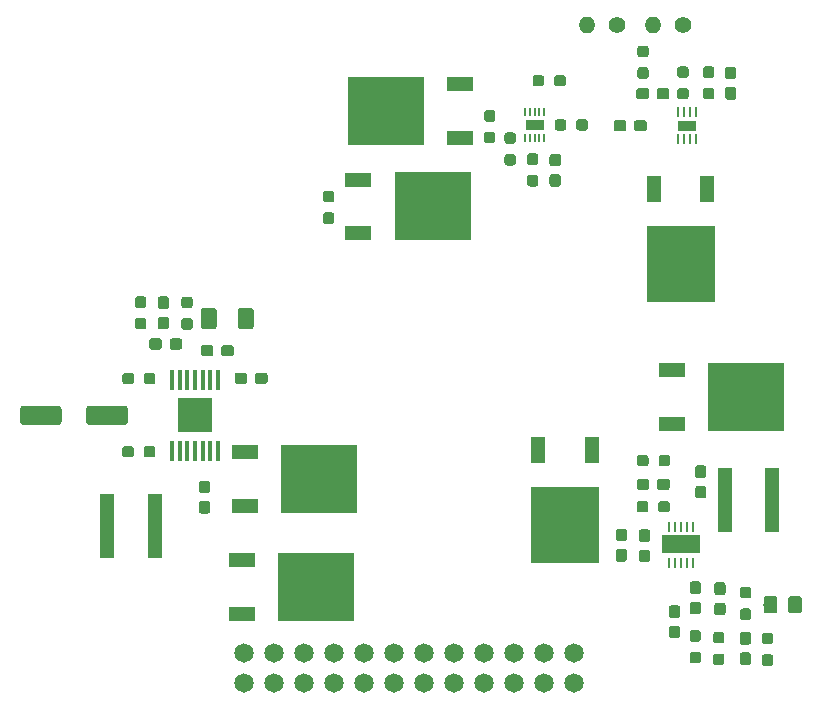
<source format=gbr>
%TF.GenerationSoftware,KiCad,Pcbnew,(5.1.4)-1*%
%TF.CreationDate,2021-10-06T22:06:40+03:00*%
%TF.ProjectId,IRBE_elektro_bar,49524245-5f65-46c6-956b-74726f5f6261,rev?*%
%TF.SameCoordinates,Original*%
%TF.FileFunction,Soldermask,Top*%
%TF.FilePolarity,Negative*%
%FSLAX46Y46*%
G04 Gerber Fmt 4.6, Leading zero omitted, Abs format (unit mm)*
G04 Created by KiCad (PCBNEW (5.1.4)-1) date 2021-10-06 22:06:40*
%MOMM*%
%LPD*%
G04 APERTURE LIST*
%ADD10R,3.300000X1.650000*%
%ADD11R,0.240000X0.900000*%
%ADD12C,0.100000*%
%ADD13C,0.950000*%
%ADD14R,1.600000X0.900000*%
%ADD15R,0.250000X0.900000*%
%ADD16R,1.500000X0.900000*%
%ADD17R,0.200000X0.800000*%
%ADD18O,1.400000X1.400000*%
%ADD19C,1.400000*%
%ADD20C,1.640000*%
%ADD21C,1.325000*%
%ADD22C,1.600000*%
%ADD23C,1.175000*%
%ADD24R,1.250000X5.500000*%
%ADD25R,5.800000X6.400000*%
%ADD26R,1.200000X2.200000*%
%ADD27R,2.200000X1.200000*%
%ADD28R,6.400000X5.800000*%
%ADD29R,0.420000X1.780000*%
%ADD30R,3.000000X3.000000*%
G04 APERTURE END LIST*
D10*
%TO.C,U4*%
X88950000Y-159900000D03*
D11*
X87950000Y-158450000D03*
X88450000Y-158450000D03*
X88950000Y-158450000D03*
X89950000Y-158450000D03*
X89450000Y-158450000D03*
X89950000Y-161550000D03*
X89450000Y-161550000D03*
X88950000Y-161550000D03*
X88450000Y-161550000D03*
X87950000Y-161550000D03*
%TD*%
D12*
%TO.C,R11*%
G36*
X44221079Y-151618744D02*
G01*
X44244134Y-151622163D01*
X44266743Y-151627827D01*
X44288687Y-151635679D01*
X44309757Y-151645644D01*
X44329748Y-151657626D01*
X44348468Y-151671510D01*
X44365738Y-151687162D01*
X44381390Y-151704432D01*
X44395274Y-151723152D01*
X44407256Y-151743143D01*
X44417221Y-151764213D01*
X44425073Y-151786157D01*
X44430737Y-151808766D01*
X44434156Y-151831821D01*
X44435300Y-151855100D01*
X44435300Y-152330100D01*
X44434156Y-152353379D01*
X44430737Y-152376434D01*
X44425073Y-152399043D01*
X44417221Y-152420987D01*
X44407256Y-152442057D01*
X44395274Y-152462048D01*
X44381390Y-152480768D01*
X44365738Y-152498038D01*
X44348468Y-152513690D01*
X44329748Y-152527574D01*
X44309757Y-152539556D01*
X44288687Y-152549521D01*
X44266743Y-152557373D01*
X44244134Y-152563037D01*
X44221079Y-152566456D01*
X44197800Y-152567600D01*
X43697800Y-152567600D01*
X43674521Y-152566456D01*
X43651466Y-152563037D01*
X43628857Y-152557373D01*
X43606913Y-152549521D01*
X43585843Y-152539556D01*
X43565852Y-152527574D01*
X43547132Y-152513690D01*
X43529862Y-152498038D01*
X43514210Y-152480768D01*
X43500326Y-152462048D01*
X43488344Y-152442057D01*
X43478379Y-152420987D01*
X43470527Y-152399043D01*
X43464863Y-152376434D01*
X43461444Y-152353379D01*
X43460300Y-152330100D01*
X43460300Y-151855100D01*
X43461444Y-151831821D01*
X43464863Y-151808766D01*
X43470527Y-151786157D01*
X43478379Y-151764213D01*
X43488344Y-151743143D01*
X43500326Y-151723152D01*
X43514210Y-151704432D01*
X43529862Y-151687162D01*
X43547132Y-151671510D01*
X43565852Y-151657626D01*
X43585843Y-151645644D01*
X43606913Y-151635679D01*
X43628857Y-151627827D01*
X43651466Y-151622163D01*
X43674521Y-151618744D01*
X43697800Y-151617600D01*
X44197800Y-151617600D01*
X44221079Y-151618744D01*
X44221079Y-151618744D01*
G37*
D13*
X43947800Y-152092600D03*
D12*
G36*
X42396079Y-151618744D02*
G01*
X42419134Y-151622163D01*
X42441743Y-151627827D01*
X42463687Y-151635679D01*
X42484757Y-151645644D01*
X42504748Y-151657626D01*
X42523468Y-151671510D01*
X42540738Y-151687162D01*
X42556390Y-151704432D01*
X42570274Y-151723152D01*
X42582256Y-151743143D01*
X42592221Y-151764213D01*
X42600073Y-151786157D01*
X42605737Y-151808766D01*
X42609156Y-151831821D01*
X42610300Y-151855100D01*
X42610300Y-152330100D01*
X42609156Y-152353379D01*
X42605737Y-152376434D01*
X42600073Y-152399043D01*
X42592221Y-152420987D01*
X42582256Y-152442057D01*
X42570274Y-152462048D01*
X42556390Y-152480768D01*
X42540738Y-152498038D01*
X42523468Y-152513690D01*
X42504748Y-152527574D01*
X42484757Y-152539556D01*
X42463687Y-152549521D01*
X42441743Y-152557373D01*
X42419134Y-152563037D01*
X42396079Y-152566456D01*
X42372800Y-152567600D01*
X41872800Y-152567600D01*
X41849521Y-152566456D01*
X41826466Y-152563037D01*
X41803857Y-152557373D01*
X41781913Y-152549521D01*
X41760843Y-152539556D01*
X41740852Y-152527574D01*
X41722132Y-152513690D01*
X41704862Y-152498038D01*
X41689210Y-152480768D01*
X41675326Y-152462048D01*
X41663344Y-152442057D01*
X41653379Y-152420987D01*
X41645527Y-152399043D01*
X41639863Y-152376434D01*
X41636444Y-152353379D01*
X41635300Y-152330100D01*
X41635300Y-151855100D01*
X41636444Y-151831821D01*
X41639863Y-151808766D01*
X41645527Y-151786157D01*
X41653379Y-151764213D01*
X41663344Y-151743143D01*
X41675326Y-151723152D01*
X41689210Y-151704432D01*
X41704862Y-151687162D01*
X41722132Y-151671510D01*
X41740852Y-151657626D01*
X41760843Y-151645644D01*
X41781913Y-151635679D01*
X41803857Y-151627827D01*
X41826466Y-151622163D01*
X41849521Y-151618744D01*
X41872800Y-151617600D01*
X42372800Y-151617600D01*
X42396079Y-151618744D01*
X42396079Y-151618744D01*
G37*
D13*
X42122800Y-152092600D03*
%TD*%
D14*
%TO.C,U2*%
X89453200Y-124481800D03*
D15*
X90178200Y-125606800D03*
X89678200Y-125606800D03*
X89178200Y-125606800D03*
X88678200Y-125606800D03*
X88678200Y-123306800D03*
X89178200Y-123306800D03*
X89678200Y-123306800D03*
X90178200Y-123306800D03*
%TD*%
D16*
%TO.C,U1*%
X76589200Y-124448200D03*
D17*
X77364200Y-125523200D03*
X76964200Y-125523200D03*
X76564200Y-125523200D03*
X76164200Y-125523200D03*
X75764200Y-125523200D03*
X75764200Y-123323200D03*
X76164200Y-123323200D03*
X76564200Y-123323200D03*
X76964200Y-123323200D03*
X77364200Y-123323200D03*
%TD*%
D18*
%TO.C,BT2*%
X81008800Y-115939200D03*
D19*
X83548800Y-115939200D03*
%TD*%
D18*
%TO.C,BT1*%
X86546000Y-115964600D03*
D19*
X89086000Y-115964600D03*
%TD*%
D20*
%TO.C,Connector1*%
X79870600Y-171704800D03*
X79870600Y-169164800D03*
X77330600Y-171704800D03*
X77330600Y-169164800D03*
X74790600Y-171704800D03*
X74790600Y-169164800D03*
X72250600Y-171704800D03*
X72250600Y-169164800D03*
X69710600Y-171704800D03*
X69710600Y-169164800D03*
X67170600Y-171704800D03*
X67170600Y-169164800D03*
X64630600Y-171704800D03*
X64630600Y-169164800D03*
X62090600Y-171704800D03*
X62090600Y-169164800D03*
X59550600Y-171704800D03*
X59550600Y-169164800D03*
X57010600Y-171704800D03*
X57010600Y-169164800D03*
X54470600Y-171704800D03*
X54470600Y-169164800D03*
X51930600Y-171704800D03*
X51930600Y-169164800D03*
%TD*%
D12*
%TO.C,C1*%
G36*
X86032179Y-121307344D02*
G01*
X86055234Y-121310763D01*
X86077843Y-121316427D01*
X86099787Y-121324279D01*
X86120857Y-121334244D01*
X86140848Y-121346226D01*
X86159568Y-121360110D01*
X86176838Y-121375762D01*
X86192490Y-121393032D01*
X86206374Y-121411752D01*
X86218356Y-121431743D01*
X86228321Y-121452813D01*
X86236173Y-121474757D01*
X86241837Y-121497366D01*
X86245256Y-121520421D01*
X86246400Y-121543700D01*
X86246400Y-122018700D01*
X86245256Y-122041979D01*
X86241837Y-122065034D01*
X86236173Y-122087643D01*
X86228321Y-122109587D01*
X86218356Y-122130657D01*
X86206374Y-122150648D01*
X86192490Y-122169368D01*
X86176838Y-122186638D01*
X86159568Y-122202290D01*
X86140848Y-122216174D01*
X86120857Y-122228156D01*
X86099787Y-122238121D01*
X86077843Y-122245973D01*
X86055234Y-122251637D01*
X86032179Y-122255056D01*
X86008900Y-122256200D01*
X85408900Y-122256200D01*
X85385621Y-122255056D01*
X85362566Y-122251637D01*
X85339957Y-122245973D01*
X85318013Y-122238121D01*
X85296943Y-122228156D01*
X85276952Y-122216174D01*
X85258232Y-122202290D01*
X85240962Y-122186638D01*
X85225310Y-122169368D01*
X85211426Y-122150648D01*
X85199444Y-122130657D01*
X85189479Y-122109587D01*
X85181627Y-122087643D01*
X85175963Y-122065034D01*
X85172544Y-122041979D01*
X85171400Y-122018700D01*
X85171400Y-121543700D01*
X85172544Y-121520421D01*
X85175963Y-121497366D01*
X85181627Y-121474757D01*
X85189479Y-121452813D01*
X85199444Y-121431743D01*
X85211426Y-121411752D01*
X85225310Y-121393032D01*
X85240962Y-121375762D01*
X85258232Y-121360110D01*
X85276952Y-121346226D01*
X85296943Y-121334244D01*
X85318013Y-121324279D01*
X85339957Y-121316427D01*
X85362566Y-121310763D01*
X85385621Y-121307344D01*
X85408900Y-121306200D01*
X86008900Y-121306200D01*
X86032179Y-121307344D01*
X86032179Y-121307344D01*
G37*
D13*
X85708900Y-121781200D03*
D12*
G36*
X87757179Y-121307344D02*
G01*
X87780234Y-121310763D01*
X87802843Y-121316427D01*
X87824787Y-121324279D01*
X87845857Y-121334244D01*
X87865848Y-121346226D01*
X87884568Y-121360110D01*
X87901838Y-121375762D01*
X87917490Y-121393032D01*
X87931374Y-121411752D01*
X87943356Y-121431743D01*
X87953321Y-121452813D01*
X87961173Y-121474757D01*
X87966837Y-121497366D01*
X87970256Y-121520421D01*
X87971400Y-121543700D01*
X87971400Y-122018700D01*
X87970256Y-122041979D01*
X87966837Y-122065034D01*
X87961173Y-122087643D01*
X87953321Y-122109587D01*
X87943356Y-122130657D01*
X87931374Y-122150648D01*
X87917490Y-122169368D01*
X87901838Y-122186638D01*
X87884568Y-122202290D01*
X87865848Y-122216174D01*
X87845857Y-122228156D01*
X87824787Y-122238121D01*
X87802843Y-122245973D01*
X87780234Y-122251637D01*
X87757179Y-122255056D01*
X87733900Y-122256200D01*
X87133900Y-122256200D01*
X87110621Y-122255056D01*
X87087566Y-122251637D01*
X87064957Y-122245973D01*
X87043013Y-122238121D01*
X87021943Y-122228156D01*
X87001952Y-122216174D01*
X86983232Y-122202290D01*
X86965962Y-122186638D01*
X86950310Y-122169368D01*
X86936426Y-122150648D01*
X86924444Y-122130657D01*
X86914479Y-122109587D01*
X86906627Y-122087643D01*
X86900963Y-122065034D01*
X86897544Y-122041979D01*
X86896400Y-122018700D01*
X86896400Y-121543700D01*
X86897544Y-121520421D01*
X86900963Y-121497366D01*
X86906627Y-121474757D01*
X86914479Y-121452813D01*
X86924444Y-121431743D01*
X86936426Y-121411752D01*
X86950310Y-121393032D01*
X86965962Y-121375762D01*
X86983232Y-121360110D01*
X87001952Y-121346226D01*
X87021943Y-121334244D01*
X87043013Y-121324279D01*
X87064957Y-121316427D01*
X87087566Y-121310763D01*
X87110621Y-121307344D01*
X87133900Y-121306200D01*
X87733900Y-121306200D01*
X87757179Y-121307344D01*
X87757179Y-121307344D01*
G37*
D13*
X87433900Y-121781200D03*
%TD*%
D12*
%TO.C,C2*%
G36*
X85826779Y-124025144D02*
G01*
X85849834Y-124028563D01*
X85872443Y-124034227D01*
X85894387Y-124042079D01*
X85915457Y-124052044D01*
X85935448Y-124064026D01*
X85954168Y-124077910D01*
X85971438Y-124093562D01*
X85987090Y-124110832D01*
X86000974Y-124129552D01*
X86012956Y-124149543D01*
X86022921Y-124170613D01*
X86030773Y-124192557D01*
X86036437Y-124215166D01*
X86039856Y-124238221D01*
X86041000Y-124261500D01*
X86041000Y-124736500D01*
X86039856Y-124759779D01*
X86036437Y-124782834D01*
X86030773Y-124805443D01*
X86022921Y-124827387D01*
X86012956Y-124848457D01*
X86000974Y-124868448D01*
X85987090Y-124887168D01*
X85971438Y-124904438D01*
X85954168Y-124920090D01*
X85935448Y-124933974D01*
X85915457Y-124945956D01*
X85894387Y-124955921D01*
X85872443Y-124963773D01*
X85849834Y-124969437D01*
X85826779Y-124972856D01*
X85803500Y-124974000D01*
X85203500Y-124974000D01*
X85180221Y-124972856D01*
X85157166Y-124969437D01*
X85134557Y-124963773D01*
X85112613Y-124955921D01*
X85091543Y-124945956D01*
X85071552Y-124933974D01*
X85052832Y-124920090D01*
X85035562Y-124904438D01*
X85019910Y-124887168D01*
X85006026Y-124868448D01*
X84994044Y-124848457D01*
X84984079Y-124827387D01*
X84976227Y-124805443D01*
X84970563Y-124782834D01*
X84967144Y-124759779D01*
X84966000Y-124736500D01*
X84966000Y-124261500D01*
X84967144Y-124238221D01*
X84970563Y-124215166D01*
X84976227Y-124192557D01*
X84984079Y-124170613D01*
X84994044Y-124149543D01*
X85006026Y-124129552D01*
X85019910Y-124110832D01*
X85035562Y-124093562D01*
X85052832Y-124077910D01*
X85071552Y-124064026D01*
X85091543Y-124052044D01*
X85112613Y-124042079D01*
X85134557Y-124034227D01*
X85157166Y-124028563D01*
X85180221Y-124025144D01*
X85203500Y-124024000D01*
X85803500Y-124024000D01*
X85826779Y-124025144D01*
X85826779Y-124025144D01*
G37*
D13*
X85503500Y-124499000D03*
D12*
G36*
X84101779Y-124025144D02*
G01*
X84124834Y-124028563D01*
X84147443Y-124034227D01*
X84169387Y-124042079D01*
X84190457Y-124052044D01*
X84210448Y-124064026D01*
X84229168Y-124077910D01*
X84246438Y-124093562D01*
X84262090Y-124110832D01*
X84275974Y-124129552D01*
X84287956Y-124149543D01*
X84297921Y-124170613D01*
X84305773Y-124192557D01*
X84311437Y-124215166D01*
X84314856Y-124238221D01*
X84316000Y-124261500D01*
X84316000Y-124736500D01*
X84314856Y-124759779D01*
X84311437Y-124782834D01*
X84305773Y-124805443D01*
X84297921Y-124827387D01*
X84287956Y-124848457D01*
X84275974Y-124868448D01*
X84262090Y-124887168D01*
X84246438Y-124904438D01*
X84229168Y-124920090D01*
X84210448Y-124933974D01*
X84190457Y-124945956D01*
X84169387Y-124955921D01*
X84147443Y-124963773D01*
X84124834Y-124969437D01*
X84101779Y-124972856D01*
X84078500Y-124974000D01*
X83478500Y-124974000D01*
X83455221Y-124972856D01*
X83432166Y-124969437D01*
X83409557Y-124963773D01*
X83387613Y-124955921D01*
X83366543Y-124945956D01*
X83346552Y-124933974D01*
X83327832Y-124920090D01*
X83310562Y-124904438D01*
X83294910Y-124887168D01*
X83281026Y-124868448D01*
X83269044Y-124848457D01*
X83259079Y-124827387D01*
X83251227Y-124805443D01*
X83245563Y-124782834D01*
X83242144Y-124759779D01*
X83241000Y-124736500D01*
X83241000Y-124261500D01*
X83242144Y-124238221D01*
X83245563Y-124215166D01*
X83251227Y-124192557D01*
X83259079Y-124170613D01*
X83269044Y-124149543D01*
X83281026Y-124129552D01*
X83294910Y-124110832D01*
X83310562Y-124093562D01*
X83327832Y-124077910D01*
X83346552Y-124064026D01*
X83366543Y-124052044D01*
X83387613Y-124042079D01*
X83409557Y-124034227D01*
X83432166Y-124028563D01*
X83455221Y-124025144D01*
X83478500Y-124024000D01*
X84078500Y-124024000D01*
X84101779Y-124025144D01*
X84101779Y-124025144D01*
G37*
D13*
X83778500Y-124499000D03*
%TD*%
D12*
%TO.C,C3*%
G36*
X93417379Y-119483244D02*
G01*
X93440434Y-119486663D01*
X93463043Y-119492327D01*
X93484987Y-119500179D01*
X93506057Y-119510144D01*
X93526048Y-119522126D01*
X93544768Y-119536010D01*
X93562038Y-119551662D01*
X93577690Y-119568932D01*
X93591574Y-119587652D01*
X93603556Y-119607643D01*
X93613521Y-119628713D01*
X93621373Y-119650657D01*
X93627037Y-119673266D01*
X93630456Y-119696321D01*
X93631600Y-119719600D01*
X93631600Y-120319600D01*
X93630456Y-120342879D01*
X93627037Y-120365934D01*
X93621373Y-120388543D01*
X93613521Y-120410487D01*
X93603556Y-120431557D01*
X93591574Y-120451548D01*
X93577690Y-120470268D01*
X93562038Y-120487538D01*
X93544768Y-120503190D01*
X93526048Y-120517074D01*
X93506057Y-120529056D01*
X93484987Y-120539021D01*
X93463043Y-120546873D01*
X93440434Y-120552537D01*
X93417379Y-120555956D01*
X93394100Y-120557100D01*
X92919100Y-120557100D01*
X92895821Y-120555956D01*
X92872766Y-120552537D01*
X92850157Y-120546873D01*
X92828213Y-120539021D01*
X92807143Y-120529056D01*
X92787152Y-120517074D01*
X92768432Y-120503190D01*
X92751162Y-120487538D01*
X92735510Y-120470268D01*
X92721626Y-120451548D01*
X92709644Y-120431557D01*
X92699679Y-120410487D01*
X92691827Y-120388543D01*
X92686163Y-120365934D01*
X92682744Y-120342879D01*
X92681600Y-120319600D01*
X92681600Y-119719600D01*
X92682744Y-119696321D01*
X92686163Y-119673266D01*
X92691827Y-119650657D01*
X92699679Y-119628713D01*
X92709644Y-119607643D01*
X92721626Y-119587652D01*
X92735510Y-119568932D01*
X92751162Y-119551662D01*
X92768432Y-119536010D01*
X92787152Y-119522126D01*
X92807143Y-119510144D01*
X92828213Y-119500179D01*
X92850157Y-119492327D01*
X92872766Y-119486663D01*
X92895821Y-119483244D01*
X92919100Y-119482100D01*
X93394100Y-119482100D01*
X93417379Y-119483244D01*
X93417379Y-119483244D01*
G37*
D13*
X93156600Y-120019600D03*
D12*
G36*
X93417379Y-121208244D02*
G01*
X93440434Y-121211663D01*
X93463043Y-121217327D01*
X93484987Y-121225179D01*
X93506057Y-121235144D01*
X93526048Y-121247126D01*
X93544768Y-121261010D01*
X93562038Y-121276662D01*
X93577690Y-121293932D01*
X93591574Y-121312652D01*
X93603556Y-121332643D01*
X93613521Y-121353713D01*
X93621373Y-121375657D01*
X93627037Y-121398266D01*
X93630456Y-121421321D01*
X93631600Y-121444600D01*
X93631600Y-122044600D01*
X93630456Y-122067879D01*
X93627037Y-122090934D01*
X93621373Y-122113543D01*
X93613521Y-122135487D01*
X93603556Y-122156557D01*
X93591574Y-122176548D01*
X93577690Y-122195268D01*
X93562038Y-122212538D01*
X93544768Y-122228190D01*
X93526048Y-122242074D01*
X93506057Y-122254056D01*
X93484987Y-122264021D01*
X93463043Y-122271873D01*
X93440434Y-122277537D01*
X93417379Y-122280956D01*
X93394100Y-122282100D01*
X92919100Y-122282100D01*
X92895821Y-122280956D01*
X92872766Y-122277537D01*
X92850157Y-122271873D01*
X92828213Y-122264021D01*
X92807143Y-122254056D01*
X92787152Y-122242074D01*
X92768432Y-122228190D01*
X92751162Y-122212538D01*
X92735510Y-122195268D01*
X92721626Y-122176548D01*
X92709644Y-122156557D01*
X92699679Y-122135487D01*
X92691827Y-122113543D01*
X92686163Y-122090934D01*
X92682744Y-122067879D01*
X92681600Y-122044600D01*
X92681600Y-121444600D01*
X92682744Y-121421321D01*
X92686163Y-121398266D01*
X92691827Y-121375657D01*
X92699679Y-121353713D01*
X92709644Y-121332643D01*
X92721626Y-121312652D01*
X92735510Y-121293932D01*
X92751162Y-121276662D01*
X92768432Y-121261010D01*
X92787152Y-121247126D01*
X92807143Y-121235144D01*
X92828213Y-121225179D01*
X92850157Y-121217327D01*
X92872766Y-121211663D01*
X92895821Y-121208244D01*
X92919100Y-121207100D01*
X93394100Y-121207100D01*
X93417379Y-121208244D01*
X93417379Y-121208244D01*
G37*
D13*
X93156600Y-121744600D03*
%TD*%
D12*
%TO.C,C4*%
G36*
X78551779Y-126858244D02*
G01*
X78574834Y-126861663D01*
X78597443Y-126867327D01*
X78619387Y-126875179D01*
X78640457Y-126885144D01*
X78660448Y-126897126D01*
X78679168Y-126911010D01*
X78696438Y-126926662D01*
X78712090Y-126943932D01*
X78725974Y-126962652D01*
X78737956Y-126982643D01*
X78747921Y-127003713D01*
X78755773Y-127025657D01*
X78761437Y-127048266D01*
X78764856Y-127071321D01*
X78766000Y-127094600D01*
X78766000Y-127694600D01*
X78764856Y-127717879D01*
X78761437Y-127740934D01*
X78755773Y-127763543D01*
X78747921Y-127785487D01*
X78737956Y-127806557D01*
X78725974Y-127826548D01*
X78712090Y-127845268D01*
X78696438Y-127862538D01*
X78679168Y-127878190D01*
X78660448Y-127892074D01*
X78640457Y-127904056D01*
X78619387Y-127914021D01*
X78597443Y-127921873D01*
X78574834Y-127927537D01*
X78551779Y-127930956D01*
X78528500Y-127932100D01*
X78053500Y-127932100D01*
X78030221Y-127930956D01*
X78007166Y-127927537D01*
X77984557Y-127921873D01*
X77962613Y-127914021D01*
X77941543Y-127904056D01*
X77921552Y-127892074D01*
X77902832Y-127878190D01*
X77885562Y-127862538D01*
X77869910Y-127845268D01*
X77856026Y-127826548D01*
X77844044Y-127806557D01*
X77834079Y-127785487D01*
X77826227Y-127763543D01*
X77820563Y-127740934D01*
X77817144Y-127717879D01*
X77816000Y-127694600D01*
X77816000Y-127094600D01*
X77817144Y-127071321D01*
X77820563Y-127048266D01*
X77826227Y-127025657D01*
X77834079Y-127003713D01*
X77844044Y-126982643D01*
X77856026Y-126962652D01*
X77869910Y-126943932D01*
X77885562Y-126926662D01*
X77902832Y-126911010D01*
X77921552Y-126897126D01*
X77941543Y-126885144D01*
X77962613Y-126875179D01*
X77984557Y-126867327D01*
X78007166Y-126861663D01*
X78030221Y-126858244D01*
X78053500Y-126857100D01*
X78528500Y-126857100D01*
X78551779Y-126858244D01*
X78551779Y-126858244D01*
G37*
D13*
X78291000Y-127394600D03*
D12*
G36*
X78551779Y-128583244D02*
G01*
X78574834Y-128586663D01*
X78597443Y-128592327D01*
X78619387Y-128600179D01*
X78640457Y-128610144D01*
X78660448Y-128622126D01*
X78679168Y-128636010D01*
X78696438Y-128651662D01*
X78712090Y-128668932D01*
X78725974Y-128687652D01*
X78737956Y-128707643D01*
X78747921Y-128728713D01*
X78755773Y-128750657D01*
X78761437Y-128773266D01*
X78764856Y-128796321D01*
X78766000Y-128819600D01*
X78766000Y-129419600D01*
X78764856Y-129442879D01*
X78761437Y-129465934D01*
X78755773Y-129488543D01*
X78747921Y-129510487D01*
X78737956Y-129531557D01*
X78725974Y-129551548D01*
X78712090Y-129570268D01*
X78696438Y-129587538D01*
X78679168Y-129603190D01*
X78660448Y-129617074D01*
X78640457Y-129629056D01*
X78619387Y-129639021D01*
X78597443Y-129646873D01*
X78574834Y-129652537D01*
X78551779Y-129655956D01*
X78528500Y-129657100D01*
X78053500Y-129657100D01*
X78030221Y-129655956D01*
X78007166Y-129652537D01*
X77984557Y-129646873D01*
X77962613Y-129639021D01*
X77941543Y-129629056D01*
X77921552Y-129617074D01*
X77902832Y-129603190D01*
X77885562Y-129587538D01*
X77869910Y-129570268D01*
X77856026Y-129551548D01*
X77844044Y-129531557D01*
X77834079Y-129510487D01*
X77826227Y-129488543D01*
X77820563Y-129465934D01*
X77817144Y-129442879D01*
X77816000Y-129419600D01*
X77816000Y-128819600D01*
X77817144Y-128796321D01*
X77820563Y-128773266D01*
X77826227Y-128750657D01*
X77834079Y-128728713D01*
X77844044Y-128707643D01*
X77856026Y-128687652D01*
X77869910Y-128668932D01*
X77885562Y-128651662D01*
X77902832Y-128636010D01*
X77921552Y-128622126D01*
X77941543Y-128610144D01*
X77962613Y-128600179D01*
X77984557Y-128592327D01*
X78007166Y-128586663D01*
X78030221Y-128583244D01*
X78053500Y-128582100D01*
X78528500Y-128582100D01*
X78551779Y-128583244D01*
X78551779Y-128583244D01*
G37*
D13*
X78291000Y-129119600D03*
%TD*%
D12*
%TO.C,C5*%
G36*
X49414005Y-139916204D02*
G01*
X49438273Y-139919804D01*
X49462072Y-139925765D01*
X49485171Y-139934030D01*
X49507350Y-139944520D01*
X49528393Y-139957132D01*
X49548099Y-139971747D01*
X49566277Y-139988223D01*
X49582753Y-140006401D01*
X49597368Y-140026107D01*
X49609980Y-140047150D01*
X49620470Y-140069329D01*
X49628735Y-140092428D01*
X49634696Y-140116227D01*
X49638296Y-140140495D01*
X49639500Y-140164999D01*
X49639500Y-141465001D01*
X49638296Y-141489505D01*
X49634696Y-141513773D01*
X49628735Y-141537572D01*
X49620470Y-141560671D01*
X49609980Y-141582850D01*
X49597368Y-141603893D01*
X49582753Y-141623599D01*
X49566277Y-141641777D01*
X49548099Y-141658253D01*
X49528393Y-141672868D01*
X49507350Y-141685480D01*
X49485171Y-141695970D01*
X49462072Y-141704235D01*
X49438273Y-141710196D01*
X49414005Y-141713796D01*
X49389501Y-141715000D01*
X48564499Y-141715000D01*
X48539995Y-141713796D01*
X48515727Y-141710196D01*
X48491928Y-141704235D01*
X48468829Y-141695970D01*
X48446650Y-141685480D01*
X48425607Y-141672868D01*
X48405901Y-141658253D01*
X48387723Y-141641777D01*
X48371247Y-141623599D01*
X48356632Y-141603893D01*
X48344020Y-141582850D01*
X48333530Y-141560671D01*
X48325265Y-141537572D01*
X48319304Y-141513773D01*
X48315704Y-141489505D01*
X48314500Y-141465001D01*
X48314500Y-140164999D01*
X48315704Y-140140495D01*
X48319304Y-140116227D01*
X48325265Y-140092428D01*
X48333530Y-140069329D01*
X48344020Y-140047150D01*
X48356632Y-140026107D01*
X48371247Y-140006401D01*
X48387723Y-139988223D01*
X48405901Y-139971747D01*
X48425607Y-139957132D01*
X48446650Y-139944520D01*
X48468829Y-139934030D01*
X48491928Y-139925765D01*
X48515727Y-139919804D01*
X48539995Y-139916204D01*
X48564499Y-139915000D01*
X49389501Y-139915000D01*
X49414005Y-139916204D01*
X49414005Y-139916204D01*
G37*
D21*
X48977000Y-140815000D03*
D12*
G36*
X52539005Y-139916204D02*
G01*
X52563273Y-139919804D01*
X52587072Y-139925765D01*
X52610171Y-139934030D01*
X52632350Y-139944520D01*
X52653393Y-139957132D01*
X52673099Y-139971747D01*
X52691277Y-139988223D01*
X52707753Y-140006401D01*
X52722368Y-140026107D01*
X52734980Y-140047150D01*
X52745470Y-140069329D01*
X52753735Y-140092428D01*
X52759696Y-140116227D01*
X52763296Y-140140495D01*
X52764500Y-140164999D01*
X52764500Y-141465001D01*
X52763296Y-141489505D01*
X52759696Y-141513773D01*
X52753735Y-141537572D01*
X52745470Y-141560671D01*
X52734980Y-141582850D01*
X52722368Y-141603893D01*
X52707753Y-141623599D01*
X52691277Y-141641777D01*
X52673099Y-141658253D01*
X52653393Y-141672868D01*
X52632350Y-141685480D01*
X52610171Y-141695970D01*
X52587072Y-141704235D01*
X52563273Y-141710196D01*
X52539005Y-141713796D01*
X52514501Y-141715000D01*
X51689499Y-141715000D01*
X51664995Y-141713796D01*
X51640727Y-141710196D01*
X51616928Y-141704235D01*
X51593829Y-141695970D01*
X51571650Y-141685480D01*
X51550607Y-141672868D01*
X51530901Y-141658253D01*
X51512723Y-141641777D01*
X51496247Y-141623599D01*
X51481632Y-141603893D01*
X51469020Y-141582850D01*
X51458530Y-141560671D01*
X51450265Y-141537572D01*
X51444304Y-141513773D01*
X51440704Y-141489505D01*
X51439500Y-141465001D01*
X51439500Y-140164999D01*
X51440704Y-140140495D01*
X51444304Y-140116227D01*
X51450265Y-140092428D01*
X51458530Y-140069329D01*
X51469020Y-140047150D01*
X51481632Y-140026107D01*
X51496247Y-140006401D01*
X51512723Y-139988223D01*
X51530901Y-139971747D01*
X51550607Y-139957132D01*
X51571650Y-139944520D01*
X51593829Y-139934030D01*
X51616928Y-139925765D01*
X51640727Y-139919804D01*
X51664995Y-139916204D01*
X51689499Y-139915000D01*
X52514501Y-139915000D01*
X52539005Y-139916204D01*
X52539005Y-139916204D01*
G37*
D21*
X52102000Y-140815000D03*
%TD*%
D12*
%TO.C,C6*%
G36*
X49147879Y-143058944D02*
G01*
X49170934Y-143062363D01*
X49193543Y-143068027D01*
X49215487Y-143075879D01*
X49236557Y-143085844D01*
X49256548Y-143097826D01*
X49275268Y-143111710D01*
X49292538Y-143127362D01*
X49308190Y-143144632D01*
X49322074Y-143163352D01*
X49334056Y-143183343D01*
X49344021Y-143204413D01*
X49351873Y-143226357D01*
X49357537Y-143248966D01*
X49360956Y-143272021D01*
X49362100Y-143295300D01*
X49362100Y-143770300D01*
X49360956Y-143793579D01*
X49357537Y-143816634D01*
X49351873Y-143839243D01*
X49344021Y-143861187D01*
X49334056Y-143882257D01*
X49322074Y-143902248D01*
X49308190Y-143920968D01*
X49292538Y-143938238D01*
X49275268Y-143953890D01*
X49256548Y-143967774D01*
X49236557Y-143979756D01*
X49215487Y-143989721D01*
X49193543Y-143997573D01*
X49170934Y-144003237D01*
X49147879Y-144006656D01*
X49124600Y-144007800D01*
X48524600Y-144007800D01*
X48501321Y-144006656D01*
X48478266Y-144003237D01*
X48455657Y-143997573D01*
X48433713Y-143989721D01*
X48412643Y-143979756D01*
X48392652Y-143967774D01*
X48373932Y-143953890D01*
X48356662Y-143938238D01*
X48341010Y-143920968D01*
X48327126Y-143902248D01*
X48315144Y-143882257D01*
X48305179Y-143861187D01*
X48297327Y-143839243D01*
X48291663Y-143816634D01*
X48288244Y-143793579D01*
X48287100Y-143770300D01*
X48287100Y-143295300D01*
X48288244Y-143272021D01*
X48291663Y-143248966D01*
X48297327Y-143226357D01*
X48305179Y-143204413D01*
X48315144Y-143183343D01*
X48327126Y-143163352D01*
X48341010Y-143144632D01*
X48356662Y-143127362D01*
X48373932Y-143111710D01*
X48392652Y-143097826D01*
X48412643Y-143085844D01*
X48433713Y-143075879D01*
X48455657Y-143068027D01*
X48478266Y-143062363D01*
X48501321Y-143058944D01*
X48524600Y-143057800D01*
X49124600Y-143057800D01*
X49147879Y-143058944D01*
X49147879Y-143058944D01*
G37*
D13*
X48824600Y-143532800D03*
D12*
G36*
X50872879Y-143058944D02*
G01*
X50895934Y-143062363D01*
X50918543Y-143068027D01*
X50940487Y-143075879D01*
X50961557Y-143085844D01*
X50981548Y-143097826D01*
X51000268Y-143111710D01*
X51017538Y-143127362D01*
X51033190Y-143144632D01*
X51047074Y-143163352D01*
X51059056Y-143183343D01*
X51069021Y-143204413D01*
X51076873Y-143226357D01*
X51082537Y-143248966D01*
X51085956Y-143272021D01*
X51087100Y-143295300D01*
X51087100Y-143770300D01*
X51085956Y-143793579D01*
X51082537Y-143816634D01*
X51076873Y-143839243D01*
X51069021Y-143861187D01*
X51059056Y-143882257D01*
X51047074Y-143902248D01*
X51033190Y-143920968D01*
X51017538Y-143938238D01*
X51000268Y-143953890D01*
X50981548Y-143967774D01*
X50961557Y-143979756D01*
X50940487Y-143989721D01*
X50918543Y-143997573D01*
X50895934Y-144003237D01*
X50872879Y-144006656D01*
X50849600Y-144007800D01*
X50249600Y-144007800D01*
X50226321Y-144006656D01*
X50203266Y-144003237D01*
X50180657Y-143997573D01*
X50158713Y-143989721D01*
X50137643Y-143979756D01*
X50117652Y-143967774D01*
X50098932Y-143953890D01*
X50081662Y-143938238D01*
X50066010Y-143920968D01*
X50052126Y-143902248D01*
X50040144Y-143882257D01*
X50030179Y-143861187D01*
X50022327Y-143839243D01*
X50016663Y-143816634D01*
X50013244Y-143793579D01*
X50012100Y-143770300D01*
X50012100Y-143295300D01*
X50013244Y-143272021D01*
X50016663Y-143248966D01*
X50022327Y-143226357D01*
X50030179Y-143204413D01*
X50040144Y-143183343D01*
X50052126Y-143163352D01*
X50066010Y-143144632D01*
X50081662Y-143127362D01*
X50098932Y-143111710D01*
X50117652Y-143097826D01*
X50137643Y-143085844D01*
X50158713Y-143075879D01*
X50180657Y-143068027D01*
X50203266Y-143062363D01*
X50226321Y-143058944D01*
X50249600Y-143057800D01*
X50849600Y-143057800D01*
X50872879Y-143058944D01*
X50872879Y-143058944D01*
G37*
D13*
X50549600Y-143532800D03*
%TD*%
D12*
%TO.C,C7*%
G36*
X53735779Y-145395744D02*
G01*
X53758834Y-145399163D01*
X53781443Y-145404827D01*
X53803387Y-145412679D01*
X53824457Y-145422644D01*
X53844448Y-145434626D01*
X53863168Y-145448510D01*
X53880438Y-145464162D01*
X53896090Y-145481432D01*
X53909974Y-145500152D01*
X53921956Y-145520143D01*
X53931921Y-145541213D01*
X53939773Y-145563157D01*
X53945437Y-145585766D01*
X53948856Y-145608821D01*
X53950000Y-145632100D01*
X53950000Y-146107100D01*
X53948856Y-146130379D01*
X53945437Y-146153434D01*
X53939773Y-146176043D01*
X53931921Y-146197987D01*
X53921956Y-146219057D01*
X53909974Y-146239048D01*
X53896090Y-146257768D01*
X53880438Y-146275038D01*
X53863168Y-146290690D01*
X53844448Y-146304574D01*
X53824457Y-146316556D01*
X53803387Y-146326521D01*
X53781443Y-146334373D01*
X53758834Y-146340037D01*
X53735779Y-146343456D01*
X53712500Y-146344600D01*
X53112500Y-146344600D01*
X53089221Y-146343456D01*
X53066166Y-146340037D01*
X53043557Y-146334373D01*
X53021613Y-146326521D01*
X53000543Y-146316556D01*
X52980552Y-146304574D01*
X52961832Y-146290690D01*
X52944562Y-146275038D01*
X52928910Y-146257768D01*
X52915026Y-146239048D01*
X52903044Y-146219057D01*
X52893079Y-146197987D01*
X52885227Y-146176043D01*
X52879563Y-146153434D01*
X52876144Y-146130379D01*
X52875000Y-146107100D01*
X52875000Y-145632100D01*
X52876144Y-145608821D01*
X52879563Y-145585766D01*
X52885227Y-145563157D01*
X52893079Y-145541213D01*
X52903044Y-145520143D01*
X52915026Y-145500152D01*
X52928910Y-145481432D01*
X52944562Y-145464162D01*
X52961832Y-145448510D01*
X52980552Y-145434626D01*
X53000543Y-145422644D01*
X53021613Y-145412679D01*
X53043557Y-145404827D01*
X53066166Y-145399163D01*
X53089221Y-145395744D01*
X53112500Y-145394600D01*
X53712500Y-145394600D01*
X53735779Y-145395744D01*
X53735779Y-145395744D01*
G37*
D13*
X53412500Y-145869600D03*
D12*
G36*
X52010779Y-145395744D02*
G01*
X52033834Y-145399163D01*
X52056443Y-145404827D01*
X52078387Y-145412679D01*
X52099457Y-145422644D01*
X52119448Y-145434626D01*
X52138168Y-145448510D01*
X52155438Y-145464162D01*
X52171090Y-145481432D01*
X52184974Y-145500152D01*
X52196956Y-145520143D01*
X52206921Y-145541213D01*
X52214773Y-145563157D01*
X52220437Y-145585766D01*
X52223856Y-145608821D01*
X52225000Y-145632100D01*
X52225000Y-146107100D01*
X52223856Y-146130379D01*
X52220437Y-146153434D01*
X52214773Y-146176043D01*
X52206921Y-146197987D01*
X52196956Y-146219057D01*
X52184974Y-146239048D01*
X52171090Y-146257768D01*
X52155438Y-146275038D01*
X52138168Y-146290690D01*
X52119448Y-146304574D01*
X52099457Y-146316556D01*
X52078387Y-146326521D01*
X52056443Y-146334373D01*
X52033834Y-146340037D01*
X52010779Y-146343456D01*
X51987500Y-146344600D01*
X51387500Y-146344600D01*
X51364221Y-146343456D01*
X51341166Y-146340037D01*
X51318557Y-146334373D01*
X51296613Y-146326521D01*
X51275543Y-146316556D01*
X51255552Y-146304574D01*
X51236832Y-146290690D01*
X51219562Y-146275038D01*
X51203910Y-146257768D01*
X51190026Y-146239048D01*
X51178044Y-146219057D01*
X51168079Y-146197987D01*
X51160227Y-146176043D01*
X51154563Y-146153434D01*
X51151144Y-146130379D01*
X51150000Y-146107100D01*
X51150000Y-145632100D01*
X51151144Y-145608821D01*
X51154563Y-145585766D01*
X51160227Y-145563157D01*
X51168079Y-145541213D01*
X51178044Y-145520143D01*
X51190026Y-145500152D01*
X51203910Y-145481432D01*
X51219562Y-145464162D01*
X51236832Y-145448510D01*
X51255552Y-145434626D01*
X51275543Y-145422644D01*
X51296613Y-145412679D01*
X51318557Y-145404827D01*
X51341166Y-145399163D01*
X51364221Y-145395744D01*
X51387500Y-145394600D01*
X51987500Y-145394600D01*
X52010779Y-145395744D01*
X52010779Y-145395744D01*
G37*
D13*
X51687500Y-145869600D03*
%TD*%
D12*
%TO.C,C8*%
G36*
X46505179Y-142500144D02*
G01*
X46528234Y-142503563D01*
X46550843Y-142509227D01*
X46572787Y-142517079D01*
X46593857Y-142527044D01*
X46613848Y-142539026D01*
X46632568Y-142552910D01*
X46649838Y-142568562D01*
X46665490Y-142585832D01*
X46679374Y-142604552D01*
X46691356Y-142624543D01*
X46701321Y-142645613D01*
X46709173Y-142667557D01*
X46714837Y-142690166D01*
X46718256Y-142713221D01*
X46719400Y-142736500D01*
X46719400Y-143211500D01*
X46718256Y-143234779D01*
X46714837Y-143257834D01*
X46709173Y-143280443D01*
X46701321Y-143302387D01*
X46691356Y-143323457D01*
X46679374Y-143343448D01*
X46665490Y-143362168D01*
X46649838Y-143379438D01*
X46632568Y-143395090D01*
X46613848Y-143408974D01*
X46593857Y-143420956D01*
X46572787Y-143430921D01*
X46550843Y-143438773D01*
X46528234Y-143444437D01*
X46505179Y-143447856D01*
X46481900Y-143449000D01*
X45881900Y-143449000D01*
X45858621Y-143447856D01*
X45835566Y-143444437D01*
X45812957Y-143438773D01*
X45791013Y-143430921D01*
X45769943Y-143420956D01*
X45749952Y-143408974D01*
X45731232Y-143395090D01*
X45713962Y-143379438D01*
X45698310Y-143362168D01*
X45684426Y-143343448D01*
X45672444Y-143323457D01*
X45662479Y-143302387D01*
X45654627Y-143280443D01*
X45648963Y-143257834D01*
X45645544Y-143234779D01*
X45644400Y-143211500D01*
X45644400Y-142736500D01*
X45645544Y-142713221D01*
X45648963Y-142690166D01*
X45654627Y-142667557D01*
X45662479Y-142645613D01*
X45672444Y-142624543D01*
X45684426Y-142604552D01*
X45698310Y-142585832D01*
X45713962Y-142568562D01*
X45731232Y-142552910D01*
X45749952Y-142539026D01*
X45769943Y-142527044D01*
X45791013Y-142517079D01*
X45812957Y-142509227D01*
X45835566Y-142503563D01*
X45858621Y-142500144D01*
X45881900Y-142499000D01*
X46481900Y-142499000D01*
X46505179Y-142500144D01*
X46505179Y-142500144D01*
G37*
D13*
X46181900Y-142974000D03*
D12*
G36*
X44780179Y-142500144D02*
G01*
X44803234Y-142503563D01*
X44825843Y-142509227D01*
X44847787Y-142517079D01*
X44868857Y-142527044D01*
X44888848Y-142539026D01*
X44907568Y-142552910D01*
X44924838Y-142568562D01*
X44940490Y-142585832D01*
X44954374Y-142604552D01*
X44966356Y-142624543D01*
X44976321Y-142645613D01*
X44984173Y-142667557D01*
X44989837Y-142690166D01*
X44993256Y-142713221D01*
X44994400Y-142736500D01*
X44994400Y-143211500D01*
X44993256Y-143234779D01*
X44989837Y-143257834D01*
X44984173Y-143280443D01*
X44976321Y-143302387D01*
X44966356Y-143323457D01*
X44954374Y-143343448D01*
X44940490Y-143362168D01*
X44924838Y-143379438D01*
X44907568Y-143395090D01*
X44888848Y-143408974D01*
X44868857Y-143420956D01*
X44847787Y-143430921D01*
X44825843Y-143438773D01*
X44803234Y-143444437D01*
X44780179Y-143447856D01*
X44756900Y-143449000D01*
X44156900Y-143449000D01*
X44133621Y-143447856D01*
X44110566Y-143444437D01*
X44087957Y-143438773D01*
X44066013Y-143430921D01*
X44044943Y-143420956D01*
X44024952Y-143408974D01*
X44006232Y-143395090D01*
X43988962Y-143379438D01*
X43973310Y-143362168D01*
X43959426Y-143343448D01*
X43947444Y-143323457D01*
X43937479Y-143302387D01*
X43929627Y-143280443D01*
X43923963Y-143257834D01*
X43920544Y-143234779D01*
X43919400Y-143211500D01*
X43919400Y-142736500D01*
X43920544Y-142713221D01*
X43923963Y-142690166D01*
X43929627Y-142667557D01*
X43937479Y-142645613D01*
X43947444Y-142624543D01*
X43959426Y-142604552D01*
X43973310Y-142585832D01*
X43988962Y-142568562D01*
X44006232Y-142552910D01*
X44024952Y-142539026D01*
X44044943Y-142527044D01*
X44066013Y-142517079D01*
X44087957Y-142509227D01*
X44110566Y-142503563D01*
X44133621Y-142500144D01*
X44156900Y-142499000D01*
X44756900Y-142499000D01*
X44780179Y-142500144D01*
X44780179Y-142500144D01*
G37*
D13*
X44456900Y-142974000D03*
%TD*%
D12*
%TO.C,C9*%
G36*
X48856779Y-154529144D02*
G01*
X48879834Y-154532563D01*
X48902443Y-154538227D01*
X48924387Y-154546079D01*
X48945457Y-154556044D01*
X48965448Y-154568026D01*
X48984168Y-154581910D01*
X49001438Y-154597562D01*
X49017090Y-154614832D01*
X49030974Y-154633552D01*
X49042956Y-154653543D01*
X49052921Y-154674613D01*
X49060773Y-154696557D01*
X49066437Y-154719166D01*
X49069856Y-154742221D01*
X49071000Y-154765500D01*
X49071000Y-155365500D01*
X49069856Y-155388779D01*
X49066437Y-155411834D01*
X49060773Y-155434443D01*
X49052921Y-155456387D01*
X49042956Y-155477457D01*
X49030974Y-155497448D01*
X49017090Y-155516168D01*
X49001438Y-155533438D01*
X48984168Y-155549090D01*
X48965448Y-155562974D01*
X48945457Y-155574956D01*
X48924387Y-155584921D01*
X48902443Y-155592773D01*
X48879834Y-155598437D01*
X48856779Y-155601856D01*
X48833500Y-155603000D01*
X48358500Y-155603000D01*
X48335221Y-155601856D01*
X48312166Y-155598437D01*
X48289557Y-155592773D01*
X48267613Y-155584921D01*
X48246543Y-155574956D01*
X48226552Y-155562974D01*
X48207832Y-155549090D01*
X48190562Y-155533438D01*
X48174910Y-155516168D01*
X48161026Y-155497448D01*
X48149044Y-155477457D01*
X48139079Y-155456387D01*
X48131227Y-155434443D01*
X48125563Y-155411834D01*
X48122144Y-155388779D01*
X48121000Y-155365500D01*
X48121000Y-154765500D01*
X48122144Y-154742221D01*
X48125563Y-154719166D01*
X48131227Y-154696557D01*
X48139079Y-154674613D01*
X48149044Y-154653543D01*
X48161026Y-154633552D01*
X48174910Y-154614832D01*
X48190562Y-154597562D01*
X48207832Y-154581910D01*
X48226552Y-154568026D01*
X48246543Y-154556044D01*
X48267613Y-154546079D01*
X48289557Y-154538227D01*
X48312166Y-154532563D01*
X48335221Y-154529144D01*
X48358500Y-154528000D01*
X48833500Y-154528000D01*
X48856779Y-154529144D01*
X48856779Y-154529144D01*
G37*
D13*
X48596000Y-155065500D03*
D12*
G36*
X48856779Y-156254144D02*
G01*
X48879834Y-156257563D01*
X48902443Y-156263227D01*
X48924387Y-156271079D01*
X48945457Y-156281044D01*
X48965448Y-156293026D01*
X48984168Y-156306910D01*
X49001438Y-156322562D01*
X49017090Y-156339832D01*
X49030974Y-156358552D01*
X49042956Y-156378543D01*
X49052921Y-156399613D01*
X49060773Y-156421557D01*
X49066437Y-156444166D01*
X49069856Y-156467221D01*
X49071000Y-156490500D01*
X49071000Y-157090500D01*
X49069856Y-157113779D01*
X49066437Y-157136834D01*
X49060773Y-157159443D01*
X49052921Y-157181387D01*
X49042956Y-157202457D01*
X49030974Y-157222448D01*
X49017090Y-157241168D01*
X49001438Y-157258438D01*
X48984168Y-157274090D01*
X48965448Y-157287974D01*
X48945457Y-157299956D01*
X48924387Y-157309921D01*
X48902443Y-157317773D01*
X48879834Y-157323437D01*
X48856779Y-157326856D01*
X48833500Y-157328000D01*
X48358500Y-157328000D01*
X48335221Y-157326856D01*
X48312166Y-157323437D01*
X48289557Y-157317773D01*
X48267613Y-157309921D01*
X48246543Y-157299956D01*
X48226552Y-157287974D01*
X48207832Y-157274090D01*
X48190562Y-157258438D01*
X48174910Y-157241168D01*
X48161026Y-157222448D01*
X48149044Y-157202457D01*
X48139079Y-157181387D01*
X48131227Y-157159443D01*
X48125563Y-157136834D01*
X48122144Y-157113779D01*
X48121000Y-157090500D01*
X48121000Y-156490500D01*
X48122144Y-156467221D01*
X48125563Y-156444166D01*
X48131227Y-156421557D01*
X48139079Y-156399613D01*
X48149044Y-156378543D01*
X48161026Y-156358552D01*
X48174910Y-156339832D01*
X48190562Y-156322562D01*
X48207832Y-156306910D01*
X48226552Y-156293026D01*
X48246543Y-156281044D01*
X48267613Y-156271079D01*
X48289557Y-156263227D01*
X48312166Y-156257563D01*
X48335221Y-156254144D01*
X48358500Y-156253000D01*
X48833500Y-156253000D01*
X48856779Y-156254144D01*
X48856779Y-156254144D01*
G37*
D13*
X48596000Y-156790500D03*
%TD*%
D12*
%TO.C,C10*%
G36*
X45376979Y-140658544D02*
G01*
X45400034Y-140661963D01*
X45422643Y-140667627D01*
X45444587Y-140675479D01*
X45465657Y-140685444D01*
X45485648Y-140697426D01*
X45504368Y-140711310D01*
X45521638Y-140726962D01*
X45537290Y-140744232D01*
X45551174Y-140762952D01*
X45563156Y-140782943D01*
X45573121Y-140804013D01*
X45580973Y-140825957D01*
X45586637Y-140848566D01*
X45590056Y-140871621D01*
X45591200Y-140894900D01*
X45591200Y-141494900D01*
X45590056Y-141518179D01*
X45586637Y-141541234D01*
X45580973Y-141563843D01*
X45573121Y-141585787D01*
X45563156Y-141606857D01*
X45551174Y-141626848D01*
X45537290Y-141645568D01*
X45521638Y-141662838D01*
X45504368Y-141678490D01*
X45485648Y-141692374D01*
X45465657Y-141704356D01*
X45444587Y-141714321D01*
X45422643Y-141722173D01*
X45400034Y-141727837D01*
X45376979Y-141731256D01*
X45353700Y-141732400D01*
X44878700Y-141732400D01*
X44855421Y-141731256D01*
X44832366Y-141727837D01*
X44809757Y-141722173D01*
X44787813Y-141714321D01*
X44766743Y-141704356D01*
X44746752Y-141692374D01*
X44728032Y-141678490D01*
X44710762Y-141662838D01*
X44695110Y-141645568D01*
X44681226Y-141626848D01*
X44669244Y-141606857D01*
X44659279Y-141585787D01*
X44651427Y-141563843D01*
X44645763Y-141541234D01*
X44642344Y-141518179D01*
X44641200Y-141494900D01*
X44641200Y-140894900D01*
X44642344Y-140871621D01*
X44645763Y-140848566D01*
X44651427Y-140825957D01*
X44659279Y-140804013D01*
X44669244Y-140782943D01*
X44681226Y-140762952D01*
X44695110Y-140744232D01*
X44710762Y-140726962D01*
X44728032Y-140711310D01*
X44746752Y-140697426D01*
X44766743Y-140685444D01*
X44787813Y-140675479D01*
X44809757Y-140667627D01*
X44832366Y-140661963D01*
X44855421Y-140658544D01*
X44878700Y-140657400D01*
X45353700Y-140657400D01*
X45376979Y-140658544D01*
X45376979Y-140658544D01*
G37*
D13*
X45116200Y-141194900D03*
D12*
G36*
X45376979Y-138933544D02*
G01*
X45400034Y-138936963D01*
X45422643Y-138942627D01*
X45444587Y-138950479D01*
X45465657Y-138960444D01*
X45485648Y-138972426D01*
X45504368Y-138986310D01*
X45521638Y-139001962D01*
X45537290Y-139019232D01*
X45551174Y-139037952D01*
X45563156Y-139057943D01*
X45573121Y-139079013D01*
X45580973Y-139100957D01*
X45586637Y-139123566D01*
X45590056Y-139146621D01*
X45591200Y-139169900D01*
X45591200Y-139769900D01*
X45590056Y-139793179D01*
X45586637Y-139816234D01*
X45580973Y-139838843D01*
X45573121Y-139860787D01*
X45563156Y-139881857D01*
X45551174Y-139901848D01*
X45537290Y-139920568D01*
X45521638Y-139937838D01*
X45504368Y-139953490D01*
X45485648Y-139967374D01*
X45465657Y-139979356D01*
X45444587Y-139989321D01*
X45422643Y-139997173D01*
X45400034Y-140002837D01*
X45376979Y-140006256D01*
X45353700Y-140007400D01*
X44878700Y-140007400D01*
X44855421Y-140006256D01*
X44832366Y-140002837D01*
X44809757Y-139997173D01*
X44787813Y-139989321D01*
X44766743Y-139979356D01*
X44746752Y-139967374D01*
X44728032Y-139953490D01*
X44710762Y-139937838D01*
X44695110Y-139920568D01*
X44681226Y-139901848D01*
X44669244Y-139881857D01*
X44659279Y-139860787D01*
X44651427Y-139838843D01*
X44645763Y-139816234D01*
X44642344Y-139793179D01*
X44641200Y-139769900D01*
X44641200Y-139169900D01*
X44642344Y-139146621D01*
X44645763Y-139123566D01*
X44651427Y-139100957D01*
X44659279Y-139079013D01*
X44669244Y-139057943D01*
X44681226Y-139037952D01*
X44695110Y-139019232D01*
X44710762Y-139001962D01*
X44728032Y-138986310D01*
X44746752Y-138972426D01*
X44766743Y-138960444D01*
X44787813Y-138950479D01*
X44809757Y-138942627D01*
X44832366Y-138936963D01*
X44855421Y-138933544D01*
X44878700Y-138932400D01*
X45353700Y-138932400D01*
X45376979Y-138933544D01*
X45376979Y-138933544D01*
G37*
D13*
X45116200Y-139469900D03*
%TD*%
D12*
%TO.C,C11*%
G36*
X36274504Y-148201204D02*
G01*
X36298773Y-148204804D01*
X36322571Y-148210765D01*
X36345671Y-148219030D01*
X36367849Y-148229520D01*
X36388893Y-148242133D01*
X36408598Y-148256747D01*
X36426777Y-148273223D01*
X36443253Y-148291402D01*
X36457867Y-148311107D01*
X36470480Y-148332151D01*
X36480970Y-148354329D01*
X36489235Y-148377429D01*
X36495196Y-148401227D01*
X36498796Y-148425496D01*
X36500000Y-148450000D01*
X36500000Y-149550000D01*
X36498796Y-149574504D01*
X36495196Y-149598773D01*
X36489235Y-149622571D01*
X36480970Y-149645671D01*
X36470480Y-149667849D01*
X36457867Y-149688893D01*
X36443253Y-149708598D01*
X36426777Y-149726777D01*
X36408598Y-149743253D01*
X36388893Y-149757867D01*
X36367849Y-149770480D01*
X36345671Y-149780970D01*
X36322571Y-149789235D01*
X36298773Y-149795196D01*
X36274504Y-149798796D01*
X36250000Y-149800000D01*
X33250000Y-149800000D01*
X33225496Y-149798796D01*
X33201227Y-149795196D01*
X33177429Y-149789235D01*
X33154329Y-149780970D01*
X33132151Y-149770480D01*
X33111107Y-149757867D01*
X33091402Y-149743253D01*
X33073223Y-149726777D01*
X33056747Y-149708598D01*
X33042133Y-149688893D01*
X33029520Y-149667849D01*
X33019030Y-149645671D01*
X33010765Y-149622571D01*
X33004804Y-149598773D01*
X33001204Y-149574504D01*
X33000000Y-149550000D01*
X33000000Y-148450000D01*
X33001204Y-148425496D01*
X33004804Y-148401227D01*
X33010765Y-148377429D01*
X33019030Y-148354329D01*
X33029520Y-148332151D01*
X33042133Y-148311107D01*
X33056747Y-148291402D01*
X33073223Y-148273223D01*
X33091402Y-148256747D01*
X33111107Y-148242133D01*
X33132151Y-148229520D01*
X33154329Y-148219030D01*
X33177429Y-148210765D01*
X33201227Y-148204804D01*
X33225496Y-148201204D01*
X33250000Y-148200000D01*
X36250000Y-148200000D01*
X36274504Y-148201204D01*
X36274504Y-148201204D01*
G37*
D22*
X34750000Y-149000000D03*
D12*
G36*
X41874504Y-148201204D02*
G01*
X41898773Y-148204804D01*
X41922571Y-148210765D01*
X41945671Y-148219030D01*
X41967849Y-148229520D01*
X41988893Y-148242133D01*
X42008598Y-148256747D01*
X42026777Y-148273223D01*
X42043253Y-148291402D01*
X42057867Y-148311107D01*
X42070480Y-148332151D01*
X42080970Y-148354329D01*
X42089235Y-148377429D01*
X42095196Y-148401227D01*
X42098796Y-148425496D01*
X42100000Y-148450000D01*
X42100000Y-149550000D01*
X42098796Y-149574504D01*
X42095196Y-149598773D01*
X42089235Y-149622571D01*
X42080970Y-149645671D01*
X42070480Y-149667849D01*
X42057867Y-149688893D01*
X42043253Y-149708598D01*
X42026777Y-149726777D01*
X42008598Y-149743253D01*
X41988893Y-149757867D01*
X41967849Y-149770480D01*
X41945671Y-149780970D01*
X41922571Y-149789235D01*
X41898773Y-149795196D01*
X41874504Y-149798796D01*
X41850000Y-149800000D01*
X38850000Y-149800000D01*
X38825496Y-149798796D01*
X38801227Y-149795196D01*
X38777429Y-149789235D01*
X38754329Y-149780970D01*
X38732151Y-149770480D01*
X38711107Y-149757867D01*
X38691402Y-149743253D01*
X38673223Y-149726777D01*
X38656747Y-149708598D01*
X38642133Y-149688893D01*
X38629520Y-149667849D01*
X38619030Y-149645671D01*
X38610765Y-149622571D01*
X38604804Y-149598773D01*
X38601204Y-149574504D01*
X38600000Y-149550000D01*
X38600000Y-148450000D01*
X38601204Y-148425496D01*
X38604804Y-148401227D01*
X38610765Y-148377429D01*
X38619030Y-148354329D01*
X38629520Y-148332151D01*
X38642133Y-148311107D01*
X38656747Y-148291402D01*
X38673223Y-148273223D01*
X38691402Y-148256747D01*
X38711107Y-148242133D01*
X38732151Y-148229520D01*
X38754329Y-148219030D01*
X38777429Y-148210765D01*
X38801227Y-148204804D01*
X38825496Y-148201204D01*
X38850000Y-148200000D01*
X41850000Y-148200000D01*
X41874504Y-148201204D01*
X41874504Y-148201204D01*
G37*
D22*
X40350000Y-149000000D03*
%TD*%
D12*
%TO.C,Cbst1*%
G36*
X90885779Y-154976144D02*
G01*
X90908834Y-154979563D01*
X90931443Y-154985227D01*
X90953387Y-154993079D01*
X90974457Y-155003044D01*
X90994448Y-155015026D01*
X91013168Y-155028910D01*
X91030438Y-155044562D01*
X91046090Y-155061832D01*
X91059974Y-155080552D01*
X91071956Y-155100543D01*
X91081921Y-155121613D01*
X91089773Y-155143557D01*
X91095437Y-155166166D01*
X91098856Y-155189221D01*
X91100000Y-155212500D01*
X91100000Y-155812500D01*
X91098856Y-155835779D01*
X91095437Y-155858834D01*
X91089773Y-155881443D01*
X91081921Y-155903387D01*
X91071956Y-155924457D01*
X91059974Y-155944448D01*
X91046090Y-155963168D01*
X91030438Y-155980438D01*
X91013168Y-155996090D01*
X90994448Y-156009974D01*
X90974457Y-156021956D01*
X90953387Y-156031921D01*
X90931443Y-156039773D01*
X90908834Y-156045437D01*
X90885779Y-156048856D01*
X90862500Y-156050000D01*
X90387500Y-156050000D01*
X90364221Y-156048856D01*
X90341166Y-156045437D01*
X90318557Y-156039773D01*
X90296613Y-156031921D01*
X90275543Y-156021956D01*
X90255552Y-156009974D01*
X90236832Y-155996090D01*
X90219562Y-155980438D01*
X90203910Y-155963168D01*
X90190026Y-155944448D01*
X90178044Y-155924457D01*
X90168079Y-155903387D01*
X90160227Y-155881443D01*
X90154563Y-155858834D01*
X90151144Y-155835779D01*
X90150000Y-155812500D01*
X90150000Y-155212500D01*
X90151144Y-155189221D01*
X90154563Y-155166166D01*
X90160227Y-155143557D01*
X90168079Y-155121613D01*
X90178044Y-155100543D01*
X90190026Y-155080552D01*
X90203910Y-155061832D01*
X90219562Y-155044562D01*
X90236832Y-155028910D01*
X90255552Y-155015026D01*
X90275543Y-155003044D01*
X90296613Y-154993079D01*
X90318557Y-154985227D01*
X90341166Y-154979563D01*
X90364221Y-154976144D01*
X90387500Y-154975000D01*
X90862500Y-154975000D01*
X90885779Y-154976144D01*
X90885779Y-154976144D01*
G37*
D13*
X90625000Y-155512500D03*
D12*
G36*
X90885779Y-153251144D02*
G01*
X90908834Y-153254563D01*
X90931443Y-153260227D01*
X90953387Y-153268079D01*
X90974457Y-153278044D01*
X90994448Y-153290026D01*
X91013168Y-153303910D01*
X91030438Y-153319562D01*
X91046090Y-153336832D01*
X91059974Y-153355552D01*
X91071956Y-153375543D01*
X91081921Y-153396613D01*
X91089773Y-153418557D01*
X91095437Y-153441166D01*
X91098856Y-153464221D01*
X91100000Y-153487500D01*
X91100000Y-154087500D01*
X91098856Y-154110779D01*
X91095437Y-154133834D01*
X91089773Y-154156443D01*
X91081921Y-154178387D01*
X91071956Y-154199457D01*
X91059974Y-154219448D01*
X91046090Y-154238168D01*
X91030438Y-154255438D01*
X91013168Y-154271090D01*
X90994448Y-154284974D01*
X90974457Y-154296956D01*
X90953387Y-154306921D01*
X90931443Y-154314773D01*
X90908834Y-154320437D01*
X90885779Y-154323856D01*
X90862500Y-154325000D01*
X90387500Y-154325000D01*
X90364221Y-154323856D01*
X90341166Y-154320437D01*
X90318557Y-154314773D01*
X90296613Y-154306921D01*
X90275543Y-154296956D01*
X90255552Y-154284974D01*
X90236832Y-154271090D01*
X90219562Y-154255438D01*
X90203910Y-154238168D01*
X90190026Y-154219448D01*
X90178044Y-154199457D01*
X90168079Y-154178387D01*
X90160227Y-154156443D01*
X90154563Y-154133834D01*
X90151144Y-154110779D01*
X90150000Y-154087500D01*
X90150000Y-153487500D01*
X90151144Y-153464221D01*
X90154563Y-153441166D01*
X90160227Y-153418557D01*
X90168079Y-153396613D01*
X90178044Y-153375543D01*
X90190026Y-153355552D01*
X90203910Y-153336832D01*
X90219562Y-153319562D01*
X90236832Y-153303910D01*
X90255552Y-153290026D01*
X90275543Y-153278044D01*
X90296613Y-153268079D01*
X90318557Y-153260227D01*
X90341166Y-153254563D01*
X90364221Y-153251144D01*
X90387500Y-153250000D01*
X90862500Y-153250000D01*
X90885779Y-153251144D01*
X90885779Y-153251144D01*
G37*
D13*
X90625000Y-153787500D03*
%TD*%
D12*
%TO.C,Cbyp1*%
G36*
X87785779Y-154376144D02*
G01*
X87808834Y-154379563D01*
X87831443Y-154385227D01*
X87853387Y-154393079D01*
X87874457Y-154403044D01*
X87894448Y-154415026D01*
X87913168Y-154428910D01*
X87930438Y-154444562D01*
X87946090Y-154461832D01*
X87959974Y-154480552D01*
X87971956Y-154500543D01*
X87981921Y-154521613D01*
X87989773Y-154543557D01*
X87995437Y-154566166D01*
X87998856Y-154589221D01*
X88000000Y-154612500D01*
X88000000Y-155087500D01*
X87998856Y-155110779D01*
X87995437Y-155133834D01*
X87989773Y-155156443D01*
X87981921Y-155178387D01*
X87971956Y-155199457D01*
X87959974Y-155219448D01*
X87946090Y-155238168D01*
X87930438Y-155255438D01*
X87913168Y-155271090D01*
X87894448Y-155284974D01*
X87874457Y-155296956D01*
X87853387Y-155306921D01*
X87831443Y-155314773D01*
X87808834Y-155320437D01*
X87785779Y-155323856D01*
X87762500Y-155325000D01*
X87162500Y-155325000D01*
X87139221Y-155323856D01*
X87116166Y-155320437D01*
X87093557Y-155314773D01*
X87071613Y-155306921D01*
X87050543Y-155296956D01*
X87030552Y-155284974D01*
X87011832Y-155271090D01*
X86994562Y-155255438D01*
X86978910Y-155238168D01*
X86965026Y-155219448D01*
X86953044Y-155199457D01*
X86943079Y-155178387D01*
X86935227Y-155156443D01*
X86929563Y-155133834D01*
X86926144Y-155110779D01*
X86925000Y-155087500D01*
X86925000Y-154612500D01*
X86926144Y-154589221D01*
X86929563Y-154566166D01*
X86935227Y-154543557D01*
X86943079Y-154521613D01*
X86953044Y-154500543D01*
X86965026Y-154480552D01*
X86978910Y-154461832D01*
X86994562Y-154444562D01*
X87011832Y-154428910D01*
X87030552Y-154415026D01*
X87050543Y-154403044D01*
X87071613Y-154393079D01*
X87093557Y-154385227D01*
X87116166Y-154379563D01*
X87139221Y-154376144D01*
X87162500Y-154375000D01*
X87762500Y-154375000D01*
X87785779Y-154376144D01*
X87785779Y-154376144D01*
G37*
D13*
X87462500Y-154850000D03*
D12*
G36*
X86060779Y-154376144D02*
G01*
X86083834Y-154379563D01*
X86106443Y-154385227D01*
X86128387Y-154393079D01*
X86149457Y-154403044D01*
X86169448Y-154415026D01*
X86188168Y-154428910D01*
X86205438Y-154444562D01*
X86221090Y-154461832D01*
X86234974Y-154480552D01*
X86246956Y-154500543D01*
X86256921Y-154521613D01*
X86264773Y-154543557D01*
X86270437Y-154566166D01*
X86273856Y-154589221D01*
X86275000Y-154612500D01*
X86275000Y-155087500D01*
X86273856Y-155110779D01*
X86270437Y-155133834D01*
X86264773Y-155156443D01*
X86256921Y-155178387D01*
X86246956Y-155199457D01*
X86234974Y-155219448D01*
X86221090Y-155238168D01*
X86205438Y-155255438D01*
X86188168Y-155271090D01*
X86169448Y-155284974D01*
X86149457Y-155296956D01*
X86128387Y-155306921D01*
X86106443Y-155314773D01*
X86083834Y-155320437D01*
X86060779Y-155323856D01*
X86037500Y-155325000D01*
X85437500Y-155325000D01*
X85414221Y-155323856D01*
X85391166Y-155320437D01*
X85368557Y-155314773D01*
X85346613Y-155306921D01*
X85325543Y-155296956D01*
X85305552Y-155284974D01*
X85286832Y-155271090D01*
X85269562Y-155255438D01*
X85253910Y-155238168D01*
X85240026Y-155219448D01*
X85228044Y-155199457D01*
X85218079Y-155178387D01*
X85210227Y-155156443D01*
X85204563Y-155133834D01*
X85201144Y-155110779D01*
X85200000Y-155087500D01*
X85200000Y-154612500D01*
X85201144Y-154589221D01*
X85204563Y-154566166D01*
X85210227Y-154543557D01*
X85218079Y-154521613D01*
X85228044Y-154500543D01*
X85240026Y-154480552D01*
X85253910Y-154461832D01*
X85269562Y-154444562D01*
X85286832Y-154428910D01*
X85305552Y-154415026D01*
X85325543Y-154403044D01*
X85346613Y-154393079D01*
X85368557Y-154385227D01*
X85391166Y-154379563D01*
X85414221Y-154376144D01*
X85437500Y-154375000D01*
X86037500Y-154375000D01*
X86060779Y-154376144D01*
X86060779Y-154376144D01*
G37*
D13*
X85737500Y-154850000D03*
%TD*%
D12*
%TO.C,Ccomp1*%
G36*
X92510779Y-164876144D02*
G01*
X92533834Y-164879563D01*
X92556443Y-164885227D01*
X92578387Y-164893079D01*
X92599457Y-164903044D01*
X92619448Y-164915026D01*
X92638168Y-164928910D01*
X92655438Y-164944562D01*
X92671090Y-164961832D01*
X92684974Y-164980552D01*
X92696956Y-165000543D01*
X92706921Y-165021613D01*
X92714773Y-165043557D01*
X92720437Y-165066166D01*
X92723856Y-165089221D01*
X92725000Y-165112500D01*
X92725000Y-165712500D01*
X92723856Y-165735779D01*
X92720437Y-165758834D01*
X92714773Y-165781443D01*
X92706921Y-165803387D01*
X92696956Y-165824457D01*
X92684974Y-165844448D01*
X92671090Y-165863168D01*
X92655438Y-165880438D01*
X92638168Y-165896090D01*
X92619448Y-165909974D01*
X92599457Y-165921956D01*
X92578387Y-165931921D01*
X92556443Y-165939773D01*
X92533834Y-165945437D01*
X92510779Y-165948856D01*
X92487500Y-165950000D01*
X92012500Y-165950000D01*
X91989221Y-165948856D01*
X91966166Y-165945437D01*
X91943557Y-165939773D01*
X91921613Y-165931921D01*
X91900543Y-165921956D01*
X91880552Y-165909974D01*
X91861832Y-165896090D01*
X91844562Y-165880438D01*
X91828910Y-165863168D01*
X91815026Y-165844448D01*
X91803044Y-165824457D01*
X91793079Y-165803387D01*
X91785227Y-165781443D01*
X91779563Y-165758834D01*
X91776144Y-165735779D01*
X91775000Y-165712500D01*
X91775000Y-165112500D01*
X91776144Y-165089221D01*
X91779563Y-165066166D01*
X91785227Y-165043557D01*
X91793079Y-165021613D01*
X91803044Y-165000543D01*
X91815026Y-164980552D01*
X91828910Y-164961832D01*
X91844562Y-164944562D01*
X91861832Y-164928910D01*
X91880552Y-164915026D01*
X91900543Y-164903044D01*
X91921613Y-164893079D01*
X91943557Y-164885227D01*
X91966166Y-164879563D01*
X91989221Y-164876144D01*
X92012500Y-164875000D01*
X92487500Y-164875000D01*
X92510779Y-164876144D01*
X92510779Y-164876144D01*
G37*
D13*
X92250000Y-165412500D03*
D12*
G36*
X92510779Y-163151144D02*
G01*
X92533834Y-163154563D01*
X92556443Y-163160227D01*
X92578387Y-163168079D01*
X92599457Y-163178044D01*
X92619448Y-163190026D01*
X92638168Y-163203910D01*
X92655438Y-163219562D01*
X92671090Y-163236832D01*
X92684974Y-163255552D01*
X92696956Y-163275543D01*
X92706921Y-163296613D01*
X92714773Y-163318557D01*
X92720437Y-163341166D01*
X92723856Y-163364221D01*
X92725000Y-163387500D01*
X92725000Y-163987500D01*
X92723856Y-164010779D01*
X92720437Y-164033834D01*
X92714773Y-164056443D01*
X92706921Y-164078387D01*
X92696956Y-164099457D01*
X92684974Y-164119448D01*
X92671090Y-164138168D01*
X92655438Y-164155438D01*
X92638168Y-164171090D01*
X92619448Y-164184974D01*
X92599457Y-164196956D01*
X92578387Y-164206921D01*
X92556443Y-164214773D01*
X92533834Y-164220437D01*
X92510779Y-164223856D01*
X92487500Y-164225000D01*
X92012500Y-164225000D01*
X91989221Y-164223856D01*
X91966166Y-164220437D01*
X91943557Y-164214773D01*
X91921613Y-164206921D01*
X91900543Y-164196956D01*
X91880552Y-164184974D01*
X91861832Y-164171090D01*
X91844562Y-164155438D01*
X91828910Y-164138168D01*
X91815026Y-164119448D01*
X91803044Y-164099457D01*
X91793079Y-164078387D01*
X91785227Y-164056443D01*
X91779563Y-164033834D01*
X91776144Y-164010779D01*
X91775000Y-163987500D01*
X91775000Y-163387500D01*
X91776144Y-163364221D01*
X91779563Y-163341166D01*
X91785227Y-163318557D01*
X91793079Y-163296613D01*
X91803044Y-163275543D01*
X91815026Y-163255552D01*
X91828910Y-163236832D01*
X91844562Y-163219562D01*
X91861832Y-163203910D01*
X91880552Y-163190026D01*
X91900543Y-163178044D01*
X91921613Y-163168079D01*
X91943557Y-163160227D01*
X91966166Y-163154563D01*
X91989221Y-163151144D01*
X92012500Y-163150000D01*
X92487500Y-163150000D01*
X92510779Y-163151144D01*
X92510779Y-163151144D01*
G37*
D13*
X92250000Y-163687500D03*
%TD*%
D12*
%TO.C,Ccomp2*%
G36*
X90410779Y-163063644D02*
G01*
X90433834Y-163067063D01*
X90456443Y-163072727D01*
X90478387Y-163080579D01*
X90499457Y-163090544D01*
X90519448Y-163102526D01*
X90538168Y-163116410D01*
X90555438Y-163132062D01*
X90571090Y-163149332D01*
X90584974Y-163168052D01*
X90596956Y-163188043D01*
X90606921Y-163209113D01*
X90614773Y-163231057D01*
X90620437Y-163253666D01*
X90623856Y-163276721D01*
X90625000Y-163300000D01*
X90625000Y-163900000D01*
X90623856Y-163923279D01*
X90620437Y-163946334D01*
X90614773Y-163968943D01*
X90606921Y-163990887D01*
X90596956Y-164011957D01*
X90584974Y-164031948D01*
X90571090Y-164050668D01*
X90555438Y-164067938D01*
X90538168Y-164083590D01*
X90519448Y-164097474D01*
X90499457Y-164109456D01*
X90478387Y-164119421D01*
X90456443Y-164127273D01*
X90433834Y-164132937D01*
X90410779Y-164136356D01*
X90387500Y-164137500D01*
X89912500Y-164137500D01*
X89889221Y-164136356D01*
X89866166Y-164132937D01*
X89843557Y-164127273D01*
X89821613Y-164119421D01*
X89800543Y-164109456D01*
X89780552Y-164097474D01*
X89761832Y-164083590D01*
X89744562Y-164067938D01*
X89728910Y-164050668D01*
X89715026Y-164031948D01*
X89703044Y-164011957D01*
X89693079Y-163990887D01*
X89685227Y-163968943D01*
X89679563Y-163946334D01*
X89676144Y-163923279D01*
X89675000Y-163900000D01*
X89675000Y-163300000D01*
X89676144Y-163276721D01*
X89679563Y-163253666D01*
X89685227Y-163231057D01*
X89693079Y-163209113D01*
X89703044Y-163188043D01*
X89715026Y-163168052D01*
X89728910Y-163149332D01*
X89744562Y-163132062D01*
X89761832Y-163116410D01*
X89780552Y-163102526D01*
X89800543Y-163090544D01*
X89821613Y-163080579D01*
X89843557Y-163072727D01*
X89866166Y-163067063D01*
X89889221Y-163063644D01*
X89912500Y-163062500D01*
X90387500Y-163062500D01*
X90410779Y-163063644D01*
X90410779Y-163063644D01*
G37*
D13*
X90150000Y-163600000D03*
D12*
G36*
X90410779Y-164788644D02*
G01*
X90433834Y-164792063D01*
X90456443Y-164797727D01*
X90478387Y-164805579D01*
X90499457Y-164815544D01*
X90519448Y-164827526D01*
X90538168Y-164841410D01*
X90555438Y-164857062D01*
X90571090Y-164874332D01*
X90584974Y-164893052D01*
X90596956Y-164913043D01*
X90606921Y-164934113D01*
X90614773Y-164956057D01*
X90620437Y-164978666D01*
X90623856Y-165001721D01*
X90625000Y-165025000D01*
X90625000Y-165625000D01*
X90623856Y-165648279D01*
X90620437Y-165671334D01*
X90614773Y-165693943D01*
X90606921Y-165715887D01*
X90596956Y-165736957D01*
X90584974Y-165756948D01*
X90571090Y-165775668D01*
X90555438Y-165792938D01*
X90538168Y-165808590D01*
X90519448Y-165822474D01*
X90499457Y-165834456D01*
X90478387Y-165844421D01*
X90456443Y-165852273D01*
X90433834Y-165857937D01*
X90410779Y-165861356D01*
X90387500Y-165862500D01*
X89912500Y-165862500D01*
X89889221Y-165861356D01*
X89866166Y-165857937D01*
X89843557Y-165852273D01*
X89821613Y-165844421D01*
X89800543Y-165834456D01*
X89780552Y-165822474D01*
X89761832Y-165808590D01*
X89744562Y-165792938D01*
X89728910Y-165775668D01*
X89715026Y-165756948D01*
X89703044Y-165736957D01*
X89693079Y-165715887D01*
X89685227Y-165693943D01*
X89679563Y-165671334D01*
X89676144Y-165648279D01*
X89675000Y-165625000D01*
X89675000Y-165025000D01*
X89676144Y-165001721D01*
X89679563Y-164978666D01*
X89685227Y-164956057D01*
X89693079Y-164934113D01*
X89703044Y-164913043D01*
X89715026Y-164893052D01*
X89728910Y-164874332D01*
X89744562Y-164857062D01*
X89761832Y-164841410D01*
X89780552Y-164827526D01*
X89800543Y-164815544D01*
X89821613Y-164805579D01*
X89843557Y-164797727D01*
X89866166Y-164792063D01*
X89889221Y-164788644D01*
X89912500Y-164787500D01*
X90387500Y-164787500D01*
X90410779Y-164788644D01*
X90410779Y-164788644D01*
G37*
D13*
X90150000Y-165325000D03*
%TD*%
D12*
%TO.C,Ccomp3*%
G36*
X94660779Y-169076144D02*
G01*
X94683834Y-169079563D01*
X94706443Y-169085227D01*
X94728387Y-169093079D01*
X94749457Y-169103044D01*
X94769448Y-169115026D01*
X94788168Y-169128910D01*
X94805438Y-169144562D01*
X94821090Y-169161832D01*
X94834974Y-169180552D01*
X94846956Y-169200543D01*
X94856921Y-169221613D01*
X94864773Y-169243557D01*
X94870437Y-169266166D01*
X94873856Y-169289221D01*
X94875000Y-169312500D01*
X94875000Y-169912500D01*
X94873856Y-169935779D01*
X94870437Y-169958834D01*
X94864773Y-169981443D01*
X94856921Y-170003387D01*
X94846956Y-170024457D01*
X94834974Y-170044448D01*
X94821090Y-170063168D01*
X94805438Y-170080438D01*
X94788168Y-170096090D01*
X94769448Y-170109974D01*
X94749457Y-170121956D01*
X94728387Y-170131921D01*
X94706443Y-170139773D01*
X94683834Y-170145437D01*
X94660779Y-170148856D01*
X94637500Y-170150000D01*
X94162500Y-170150000D01*
X94139221Y-170148856D01*
X94116166Y-170145437D01*
X94093557Y-170139773D01*
X94071613Y-170131921D01*
X94050543Y-170121956D01*
X94030552Y-170109974D01*
X94011832Y-170096090D01*
X93994562Y-170080438D01*
X93978910Y-170063168D01*
X93965026Y-170044448D01*
X93953044Y-170024457D01*
X93943079Y-170003387D01*
X93935227Y-169981443D01*
X93929563Y-169958834D01*
X93926144Y-169935779D01*
X93925000Y-169912500D01*
X93925000Y-169312500D01*
X93926144Y-169289221D01*
X93929563Y-169266166D01*
X93935227Y-169243557D01*
X93943079Y-169221613D01*
X93953044Y-169200543D01*
X93965026Y-169180552D01*
X93978910Y-169161832D01*
X93994562Y-169144562D01*
X94011832Y-169128910D01*
X94030552Y-169115026D01*
X94050543Y-169103044D01*
X94071613Y-169093079D01*
X94093557Y-169085227D01*
X94116166Y-169079563D01*
X94139221Y-169076144D01*
X94162500Y-169075000D01*
X94637500Y-169075000D01*
X94660779Y-169076144D01*
X94660779Y-169076144D01*
G37*
D13*
X94400000Y-169612500D03*
D12*
G36*
X94660779Y-167351144D02*
G01*
X94683834Y-167354563D01*
X94706443Y-167360227D01*
X94728387Y-167368079D01*
X94749457Y-167378044D01*
X94769448Y-167390026D01*
X94788168Y-167403910D01*
X94805438Y-167419562D01*
X94821090Y-167436832D01*
X94834974Y-167455552D01*
X94846956Y-167475543D01*
X94856921Y-167496613D01*
X94864773Y-167518557D01*
X94870437Y-167541166D01*
X94873856Y-167564221D01*
X94875000Y-167587500D01*
X94875000Y-168187500D01*
X94873856Y-168210779D01*
X94870437Y-168233834D01*
X94864773Y-168256443D01*
X94856921Y-168278387D01*
X94846956Y-168299457D01*
X94834974Y-168319448D01*
X94821090Y-168338168D01*
X94805438Y-168355438D01*
X94788168Y-168371090D01*
X94769448Y-168384974D01*
X94749457Y-168396956D01*
X94728387Y-168406921D01*
X94706443Y-168414773D01*
X94683834Y-168420437D01*
X94660779Y-168423856D01*
X94637500Y-168425000D01*
X94162500Y-168425000D01*
X94139221Y-168423856D01*
X94116166Y-168420437D01*
X94093557Y-168414773D01*
X94071613Y-168406921D01*
X94050543Y-168396956D01*
X94030552Y-168384974D01*
X94011832Y-168371090D01*
X93994562Y-168355438D01*
X93978910Y-168338168D01*
X93965026Y-168319448D01*
X93953044Y-168299457D01*
X93943079Y-168278387D01*
X93935227Y-168256443D01*
X93929563Y-168233834D01*
X93926144Y-168210779D01*
X93925000Y-168187500D01*
X93925000Y-167587500D01*
X93926144Y-167564221D01*
X93929563Y-167541166D01*
X93935227Y-167518557D01*
X93943079Y-167496613D01*
X93953044Y-167475543D01*
X93965026Y-167455552D01*
X93978910Y-167436832D01*
X93994562Y-167419562D01*
X94011832Y-167403910D01*
X94030552Y-167390026D01*
X94050543Y-167378044D01*
X94071613Y-167368079D01*
X94093557Y-167360227D01*
X94116166Y-167354563D01*
X94139221Y-167351144D01*
X94162500Y-167350000D01*
X94637500Y-167350000D01*
X94660779Y-167351144D01*
X94660779Y-167351144D01*
G37*
D13*
X94400000Y-167887500D03*
%TD*%
D12*
%TO.C,Cin1*%
G36*
X86110779Y-158651144D02*
G01*
X86133834Y-158654563D01*
X86156443Y-158660227D01*
X86178387Y-158668079D01*
X86199457Y-158678044D01*
X86219448Y-158690026D01*
X86238168Y-158703910D01*
X86255438Y-158719562D01*
X86271090Y-158736832D01*
X86284974Y-158755552D01*
X86296956Y-158775543D01*
X86306921Y-158796613D01*
X86314773Y-158818557D01*
X86320437Y-158841166D01*
X86323856Y-158864221D01*
X86325000Y-158887500D01*
X86325000Y-159487500D01*
X86323856Y-159510779D01*
X86320437Y-159533834D01*
X86314773Y-159556443D01*
X86306921Y-159578387D01*
X86296956Y-159599457D01*
X86284974Y-159619448D01*
X86271090Y-159638168D01*
X86255438Y-159655438D01*
X86238168Y-159671090D01*
X86219448Y-159684974D01*
X86199457Y-159696956D01*
X86178387Y-159706921D01*
X86156443Y-159714773D01*
X86133834Y-159720437D01*
X86110779Y-159723856D01*
X86087500Y-159725000D01*
X85612500Y-159725000D01*
X85589221Y-159723856D01*
X85566166Y-159720437D01*
X85543557Y-159714773D01*
X85521613Y-159706921D01*
X85500543Y-159696956D01*
X85480552Y-159684974D01*
X85461832Y-159671090D01*
X85444562Y-159655438D01*
X85428910Y-159638168D01*
X85415026Y-159619448D01*
X85403044Y-159599457D01*
X85393079Y-159578387D01*
X85385227Y-159556443D01*
X85379563Y-159533834D01*
X85376144Y-159510779D01*
X85375000Y-159487500D01*
X85375000Y-158887500D01*
X85376144Y-158864221D01*
X85379563Y-158841166D01*
X85385227Y-158818557D01*
X85393079Y-158796613D01*
X85403044Y-158775543D01*
X85415026Y-158755552D01*
X85428910Y-158736832D01*
X85444562Y-158719562D01*
X85461832Y-158703910D01*
X85480552Y-158690026D01*
X85500543Y-158678044D01*
X85521613Y-158668079D01*
X85543557Y-158660227D01*
X85566166Y-158654563D01*
X85589221Y-158651144D01*
X85612500Y-158650000D01*
X86087500Y-158650000D01*
X86110779Y-158651144D01*
X86110779Y-158651144D01*
G37*
D13*
X85850000Y-159187500D03*
D12*
G36*
X86110779Y-160376144D02*
G01*
X86133834Y-160379563D01*
X86156443Y-160385227D01*
X86178387Y-160393079D01*
X86199457Y-160403044D01*
X86219448Y-160415026D01*
X86238168Y-160428910D01*
X86255438Y-160444562D01*
X86271090Y-160461832D01*
X86284974Y-160480552D01*
X86296956Y-160500543D01*
X86306921Y-160521613D01*
X86314773Y-160543557D01*
X86320437Y-160566166D01*
X86323856Y-160589221D01*
X86325000Y-160612500D01*
X86325000Y-161212500D01*
X86323856Y-161235779D01*
X86320437Y-161258834D01*
X86314773Y-161281443D01*
X86306921Y-161303387D01*
X86296956Y-161324457D01*
X86284974Y-161344448D01*
X86271090Y-161363168D01*
X86255438Y-161380438D01*
X86238168Y-161396090D01*
X86219448Y-161409974D01*
X86199457Y-161421956D01*
X86178387Y-161431921D01*
X86156443Y-161439773D01*
X86133834Y-161445437D01*
X86110779Y-161448856D01*
X86087500Y-161450000D01*
X85612500Y-161450000D01*
X85589221Y-161448856D01*
X85566166Y-161445437D01*
X85543557Y-161439773D01*
X85521613Y-161431921D01*
X85500543Y-161421956D01*
X85480552Y-161409974D01*
X85461832Y-161396090D01*
X85444562Y-161380438D01*
X85428910Y-161363168D01*
X85415026Y-161344448D01*
X85403044Y-161324457D01*
X85393079Y-161303387D01*
X85385227Y-161281443D01*
X85379563Y-161258834D01*
X85376144Y-161235779D01*
X85375000Y-161212500D01*
X85375000Y-160612500D01*
X85376144Y-160589221D01*
X85379563Y-160566166D01*
X85385227Y-160543557D01*
X85393079Y-160521613D01*
X85403044Y-160500543D01*
X85415026Y-160480552D01*
X85428910Y-160461832D01*
X85444562Y-160444562D01*
X85461832Y-160428910D01*
X85480552Y-160415026D01*
X85500543Y-160403044D01*
X85521613Y-160393079D01*
X85543557Y-160385227D01*
X85566166Y-160379563D01*
X85589221Y-160376144D01*
X85612500Y-160375000D01*
X86087500Y-160375000D01*
X86110779Y-160376144D01*
X86110779Y-160376144D01*
G37*
D13*
X85850000Y-160912500D03*
%TD*%
D12*
%TO.C,Cout1*%
G36*
X98962004Y-164326204D02*
G01*
X98986273Y-164329804D01*
X99010071Y-164335765D01*
X99033171Y-164344030D01*
X99055349Y-164354520D01*
X99076393Y-164367133D01*
X99096098Y-164381747D01*
X99114277Y-164398223D01*
X99130753Y-164416402D01*
X99145367Y-164436107D01*
X99157980Y-164457151D01*
X99168470Y-164479329D01*
X99176735Y-164502429D01*
X99182696Y-164526227D01*
X99186296Y-164550496D01*
X99187500Y-164575000D01*
X99187500Y-165525000D01*
X99186296Y-165549504D01*
X99182696Y-165573773D01*
X99176735Y-165597571D01*
X99168470Y-165620671D01*
X99157980Y-165642849D01*
X99145367Y-165663893D01*
X99130753Y-165683598D01*
X99114277Y-165701777D01*
X99096098Y-165718253D01*
X99076393Y-165732867D01*
X99055349Y-165745480D01*
X99033171Y-165755970D01*
X99010071Y-165764235D01*
X98986273Y-165770196D01*
X98962004Y-165773796D01*
X98937500Y-165775000D01*
X98262500Y-165775000D01*
X98237996Y-165773796D01*
X98213727Y-165770196D01*
X98189929Y-165764235D01*
X98166829Y-165755970D01*
X98144651Y-165745480D01*
X98123607Y-165732867D01*
X98103902Y-165718253D01*
X98085723Y-165701777D01*
X98069247Y-165683598D01*
X98054633Y-165663893D01*
X98042020Y-165642849D01*
X98031530Y-165620671D01*
X98023265Y-165597571D01*
X98017304Y-165573773D01*
X98013704Y-165549504D01*
X98012500Y-165525000D01*
X98012500Y-164575000D01*
X98013704Y-164550496D01*
X98017304Y-164526227D01*
X98023265Y-164502429D01*
X98031530Y-164479329D01*
X98042020Y-164457151D01*
X98054633Y-164436107D01*
X98069247Y-164416402D01*
X98085723Y-164398223D01*
X98103902Y-164381747D01*
X98123607Y-164367133D01*
X98144651Y-164354520D01*
X98166829Y-164344030D01*
X98189929Y-164335765D01*
X98213727Y-164329804D01*
X98237996Y-164326204D01*
X98262500Y-164325000D01*
X98937500Y-164325000D01*
X98962004Y-164326204D01*
X98962004Y-164326204D01*
G37*
D23*
X98600000Y-165050000D03*
D12*
G36*
X96887004Y-164326204D02*
G01*
X96911273Y-164329804D01*
X96935071Y-164335765D01*
X96958171Y-164344030D01*
X96980349Y-164354520D01*
X97001393Y-164367133D01*
X97021098Y-164381747D01*
X97039277Y-164398223D01*
X97055753Y-164416402D01*
X97070367Y-164436107D01*
X97082980Y-164457151D01*
X97093470Y-164479329D01*
X97101735Y-164502429D01*
X97107696Y-164526227D01*
X97111296Y-164550496D01*
X97112500Y-164575000D01*
X97112500Y-165525000D01*
X97111296Y-165549504D01*
X97107696Y-165573773D01*
X97101735Y-165597571D01*
X97093470Y-165620671D01*
X97082980Y-165642849D01*
X97070367Y-165663893D01*
X97055753Y-165683598D01*
X97039277Y-165701777D01*
X97021098Y-165718253D01*
X97001393Y-165732867D01*
X96980349Y-165745480D01*
X96958171Y-165755970D01*
X96935071Y-165764235D01*
X96911273Y-165770196D01*
X96887004Y-165773796D01*
X96862500Y-165775000D01*
X96187500Y-165775000D01*
X96162996Y-165773796D01*
X96138727Y-165770196D01*
X96114929Y-165764235D01*
X96091829Y-165755970D01*
X96069651Y-165745480D01*
X96048607Y-165732867D01*
X96028902Y-165718253D01*
X96010723Y-165701777D01*
X95994247Y-165683598D01*
X95979633Y-165663893D01*
X95967020Y-165642849D01*
X95956530Y-165620671D01*
X95948265Y-165597571D01*
X95942304Y-165573773D01*
X95938704Y-165549504D01*
X95937500Y-165525000D01*
X95937500Y-164575000D01*
X95938704Y-164550496D01*
X95942304Y-164526227D01*
X95948265Y-164502429D01*
X95956530Y-164479329D01*
X95967020Y-164457151D01*
X95979633Y-164436107D01*
X95994247Y-164416402D01*
X96010723Y-164398223D01*
X96028902Y-164381747D01*
X96048607Y-164367133D01*
X96069651Y-164354520D01*
X96091829Y-164344030D01*
X96114929Y-164335765D01*
X96138727Y-164329804D01*
X96162996Y-164326204D01*
X96187500Y-164325000D01*
X96862500Y-164325000D01*
X96887004Y-164326204D01*
X96887004Y-164326204D01*
G37*
D23*
X96525000Y-165050000D03*
%TD*%
D12*
%TO.C,Css1*%
G36*
X88660779Y-165088644D02*
G01*
X88683834Y-165092063D01*
X88706443Y-165097727D01*
X88728387Y-165105579D01*
X88749457Y-165115544D01*
X88769448Y-165127526D01*
X88788168Y-165141410D01*
X88805438Y-165157062D01*
X88821090Y-165174332D01*
X88834974Y-165193052D01*
X88846956Y-165213043D01*
X88856921Y-165234113D01*
X88864773Y-165256057D01*
X88870437Y-165278666D01*
X88873856Y-165301721D01*
X88875000Y-165325000D01*
X88875000Y-165925000D01*
X88873856Y-165948279D01*
X88870437Y-165971334D01*
X88864773Y-165993943D01*
X88856921Y-166015887D01*
X88846956Y-166036957D01*
X88834974Y-166056948D01*
X88821090Y-166075668D01*
X88805438Y-166092938D01*
X88788168Y-166108590D01*
X88769448Y-166122474D01*
X88749457Y-166134456D01*
X88728387Y-166144421D01*
X88706443Y-166152273D01*
X88683834Y-166157937D01*
X88660779Y-166161356D01*
X88637500Y-166162500D01*
X88162500Y-166162500D01*
X88139221Y-166161356D01*
X88116166Y-166157937D01*
X88093557Y-166152273D01*
X88071613Y-166144421D01*
X88050543Y-166134456D01*
X88030552Y-166122474D01*
X88011832Y-166108590D01*
X87994562Y-166092938D01*
X87978910Y-166075668D01*
X87965026Y-166056948D01*
X87953044Y-166036957D01*
X87943079Y-166015887D01*
X87935227Y-165993943D01*
X87929563Y-165971334D01*
X87926144Y-165948279D01*
X87925000Y-165925000D01*
X87925000Y-165325000D01*
X87926144Y-165301721D01*
X87929563Y-165278666D01*
X87935227Y-165256057D01*
X87943079Y-165234113D01*
X87953044Y-165213043D01*
X87965026Y-165193052D01*
X87978910Y-165174332D01*
X87994562Y-165157062D01*
X88011832Y-165141410D01*
X88030552Y-165127526D01*
X88050543Y-165115544D01*
X88071613Y-165105579D01*
X88093557Y-165097727D01*
X88116166Y-165092063D01*
X88139221Y-165088644D01*
X88162500Y-165087500D01*
X88637500Y-165087500D01*
X88660779Y-165088644D01*
X88660779Y-165088644D01*
G37*
D13*
X88400000Y-165625000D03*
D12*
G36*
X88660779Y-166813644D02*
G01*
X88683834Y-166817063D01*
X88706443Y-166822727D01*
X88728387Y-166830579D01*
X88749457Y-166840544D01*
X88769448Y-166852526D01*
X88788168Y-166866410D01*
X88805438Y-166882062D01*
X88821090Y-166899332D01*
X88834974Y-166918052D01*
X88846956Y-166938043D01*
X88856921Y-166959113D01*
X88864773Y-166981057D01*
X88870437Y-167003666D01*
X88873856Y-167026721D01*
X88875000Y-167050000D01*
X88875000Y-167650000D01*
X88873856Y-167673279D01*
X88870437Y-167696334D01*
X88864773Y-167718943D01*
X88856921Y-167740887D01*
X88846956Y-167761957D01*
X88834974Y-167781948D01*
X88821090Y-167800668D01*
X88805438Y-167817938D01*
X88788168Y-167833590D01*
X88769448Y-167847474D01*
X88749457Y-167859456D01*
X88728387Y-167869421D01*
X88706443Y-167877273D01*
X88683834Y-167882937D01*
X88660779Y-167886356D01*
X88637500Y-167887500D01*
X88162500Y-167887500D01*
X88139221Y-167886356D01*
X88116166Y-167882937D01*
X88093557Y-167877273D01*
X88071613Y-167869421D01*
X88050543Y-167859456D01*
X88030552Y-167847474D01*
X88011832Y-167833590D01*
X87994562Y-167817938D01*
X87978910Y-167800668D01*
X87965026Y-167781948D01*
X87953044Y-167761957D01*
X87943079Y-167740887D01*
X87935227Y-167718943D01*
X87929563Y-167696334D01*
X87926144Y-167673279D01*
X87925000Y-167650000D01*
X87925000Y-167050000D01*
X87926144Y-167026721D01*
X87929563Y-167003666D01*
X87935227Y-166981057D01*
X87943079Y-166959113D01*
X87953044Y-166938043D01*
X87965026Y-166918052D01*
X87978910Y-166899332D01*
X87994562Y-166882062D01*
X88011832Y-166866410D01*
X88030552Y-166852526D01*
X88050543Y-166840544D01*
X88071613Y-166830579D01*
X88093557Y-166822727D01*
X88116166Y-166817063D01*
X88139221Y-166813644D01*
X88162500Y-166812500D01*
X88637500Y-166812500D01*
X88660779Y-166813644D01*
X88660779Y-166813644D01*
G37*
D13*
X88400000Y-167350000D03*
%TD*%
D12*
%TO.C,Cvcc1*%
G36*
X84160779Y-160326144D02*
G01*
X84183834Y-160329563D01*
X84206443Y-160335227D01*
X84228387Y-160343079D01*
X84249457Y-160353044D01*
X84269448Y-160365026D01*
X84288168Y-160378910D01*
X84305438Y-160394562D01*
X84321090Y-160411832D01*
X84334974Y-160430552D01*
X84346956Y-160450543D01*
X84356921Y-160471613D01*
X84364773Y-160493557D01*
X84370437Y-160516166D01*
X84373856Y-160539221D01*
X84375000Y-160562500D01*
X84375000Y-161162500D01*
X84373856Y-161185779D01*
X84370437Y-161208834D01*
X84364773Y-161231443D01*
X84356921Y-161253387D01*
X84346956Y-161274457D01*
X84334974Y-161294448D01*
X84321090Y-161313168D01*
X84305438Y-161330438D01*
X84288168Y-161346090D01*
X84269448Y-161359974D01*
X84249457Y-161371956D01*
X84228387Y-161381921D01*
X84206443Y-161389773D01*
X84183834Y-161395437D01*
X84160779Y-161398856D01*
X84137500Y-161400000D01*
X83662500Y-161400000D01*
X83639221Y-161398856D01*
X83616166Y-161395437D01*
X83593557Y-161389773D01*
X83571613Y-161381921D01*
X83550543Y-161371956D01*
X83530552Y-161359974D01*
X83511832Y-161346090D01*
X83494562Y-161330438D01*
X83478910Y-161313168D01*
X83465026Y-161294448D01*
X83453044Y-161274457D01*
X83443079Y-161253387D01*
X83435227Y-161231443D01*
X83429563Y-161208834D01*
X83426144Y-161185779D01*
X83425000Y-161162500D01*
X83425000Y-160562500D01*
X83426144Y-160539221D01*
X83429563Y-160516166D01*
X83435227Y-160493557D01*
X83443079Y-160471613D01*
X83453044Y-160450543D01*
X83465026Y-160430552D01*
X83478910Y-160411832D01*
X83494562Y-160394562D01*
X83511832Y-160378910D01*
X83530552Y-160365026D01*
X83550543Y-160353044D01*
X83571613Y-160343079D01*
X83593557Y-160335227D01*
X83616166Y-160329563D01*
X83639221Y-160326144D01*
X83662500Y-160325000D01*
X84137500Y-160325000D01*
X84160779Y-160326144D01*
X84160779Y-160326144D01*
G37*
D13*
X83900000Y-160862500D03*
D12*
G36*
X84160779Y-158601144D02*
G01*
X84183834Y-158604563D01*
X84206443Y-158610227D01*
X84228387Y-158618079D01*
X84249457Y-158628044D01*
X84269448Y-158640026D01*
X84288168Y-158653910D01*
X84305438Y-158669562D01*
X84321090Y-158686832D01*
X84334974Y-158705552D01*
X84346956Y-158725543D01*
X84356921Y-158746613D01*
X84364773Y-158768557D01*
X84370437Y-158791166D01*
X84373856Y-158814221D01*
X84375000Y-158837500D01*
X84375000Y-159437500D01*
X84373856Y-159460779D01*
X84370437Y-159483834D01*
X84364773Y-159506443D01*
X84356921Y-159528387D01*
X84346956Y-159549457D01*
X84334974Y-159569448D01*
X84321090Y-159588168D01*
X84305438Y-159605438D01*
X84288168Y-159621090D01*
X84269448Y-159634974D01*
X84249457Y-159646956D01*
X84228387Y-159656921D01*
X84206443Y-159664773D01*
X84183834Y-159670437D01*
X84160779Y-159673856D01*
X84137500Y-159675000D01*
X83662500Y-159675000D01*
X83639221Y-159673856D01*
X83616166Y-159670437D01*
X83593557Y-159664773D01*
X83571613Y-159656921D01*
X83550543Y-159646956D01*
X83530552Y-159634974D01*
X83511832Y-159621090D01*
X83494562Y-159605438D01*
X83478910Y-159588168D01*
X83465026Y-159569448D01*
X83453044Y-159549457D01*
X83443079Y-159528387D01*
X83435227Y-159506443D01*
X83429563Y-159483834D01*
X83426144Y-159460779D01*
X83425000Y-159437500D01*
X83425000Y-158837500D01*
X83426144Y-158814221D01*
X83429563Y-158791166D01*
X83435227Y-158768557D01*
X83443079Y-158746613D01*
X83453044Y-158725543D01*
X83465026Y-158705552D01*
X83478910Y-158686832D01*
X83494562Y-158669562D01*
X83511832Y-158653910D01*
X83530552Y-158640026D01*
X83550543Y-158628044D01*
X83571613Y-158618079D01*
X83593557Y-158610227D01*
X83616166Y-158604563D01*
X83639221Y-158601144D01*
X83662500Y-158600000D01*
X84137500Y-158600000D01*
X84160779Y-158601144D01*
X84160779Y-158601144D01*
G37*
D13*
X83900000Y-159137500D03*
%TD*%
D24*
%TO.C,L1*%
X92650000Y-156150000D03*
X96690000Y-156150000D03*
%TD*%
%TO.C,L2*%
X40384200Y-158404600D03*
X44424200Y-158404600D03*
%TD*%
D25*
%TO.C,Q1*%
X88908200Y-136174800D03*
D26*
X86628200Y-129874800D03*
X91188200Y-129874800D03*
%TD*%
D27*
%TO.C,Q2*%
X70264600Y-125489600D03*
X70264600Y-120929600D03*
D28*
X63964600Y-123209600D03*
%TD*%
D27*
%TO.C,Q3*%
X61628600Y-129045600D03*
X61628600Y-133605600D03*
D28*
X67928600Y-131325600D03*
%TD*%
%TO.C,Q4*%
X58062000Y-163548000D03*
D27*
X51762000Y-165828000D03*
X51762000Y-161268000D03*
%TD*%
%TO.C,Q5*%
X52016000Y-152124000D03*
X52016000Y-156684000D03*
D28*
X58316000Y-154404000D03*
%TD*%
D25*
%TO.C,Q6*%
X79100000Y-158275000D03*
D26*
X76820000Y-151975000D03*
X81380000Y-151975000D03*
%TD*%
D27*
%TO.C,Q7*%
X88175000Y-145170000D03*
X88175000Y-149730000D03*
D28*
X94475000Y-147450000D03*
%TD*%
D12*
%TO.C,R1*%
G36*
X80848379Y-123948944D02*
G01*
X80871434Y-123952363D01*
X80894043Y-123958027D01*
X80915987Y-123965879D01*
X80937057Y-123975844D01*
X80957048Y-123987826D01*
X80975768Y-124001710D01*
X80993038Y-124017362D01*
X81008690Y-124034632D01*
X81022574Y-124053352D01*
X81034556Y-124073343D01*
X81044521Y-124094413D01*
X81052373Y-124116357D01*
X81058037Y-124138966D01*
X81061456Y-124162021D01*
X81062600Y-124185300D01*
X81062600Y-124660300D01*
X81061456Y-124683579D01*
X81058037Y-124706634D01*
X81052373Y-124729243D01*
X81044521Y-124751187D01*
X81034556Y-124772257D01*
X81022574Y-124792248D01*
X81008690Y-124810968D01*
X80993038Y-124828238D01*
X80975768Y-124843890D01*
X80957048Y-124857774D01*
X80937057Y-124869756D01*
X80915987Y-124879721D01*
X80894043Y-124887573D01*
X80871434Y-124893237D01*
X80848379Y-124896656D01*
X80825100Y-124897800D01*
X80325100Y-124897800D01*
X80301821Y-124896656D01*
X80278766Y-124893237D01*
X80256157Y-124887573D01*
X80234213Y-124879721D01*
X80213143Y-124869756D01*
X80193152Y-124857774D01*
X80174432Y-124843890D01*
X80157162Y-124828238D01*
X80141510Y-124810968D01*
X80127626Y-124792248D01*
X80115644Y-124772257D01*
X80105679Y-124751187D01*
X80097827Y-124729243D01*
X80092163Y-124706634D01*
X80088744Y-124683579D01*
X80087600Y-124660300D01*
X80087600Y-124185300D01*
X80088744Y-124162021D01*
X80092163Y-124138966D01*
X80097827Y-124116357D01*
X80105679Y-124094413D01*
X80115644Y-124073343D01*
X80127626Y-124053352D01*
X80141510Y-124034632D01*
X80157162Y-124017362D01*
X80174432Y-124001710D01*
X80193152Y-123987826D01*
X80213143Y-123975844D01*
X80234213Y-123965879D01*
X80256157Y-123958027D01*
X80278766Y-123952363D01*
X80301821Y-123948944D01*
X80325100Y-123947800D01*
X80825100Y-123947800D01*
X80848379Y-123948944D01*
X80848379Y-123948944D01*
G37*
D13*
X80575100Y-124422800D03*
D12*
G36*
X79023379Y-123948944D02*
G01*
X79046434Y-123952363D01*
X79069043Y-123958027D01*
X79090987Y-123965879D01*
X79112057Y-123975844D01*
X79132048Y-123987826D01*
X79150768Y-124001710D01*
X79168038Y-124017362D01*
X79183690Y-124034632D01*
X79197574Y-124053352D01*
X79209556Y-124073343D01*
X79219521Y-124094413D01*
X79227373Y-124116357D01*
X79233037Y-124138966D01*
X79236456Y-124162021D01*
X79237600Y-124185300D01*
X79237600Y-124660300D01*
X79236456Y-124683579D01*
X79233037Y-124706634D01*
X79227373Y-124729243D01*
X79219521Y-124751187D01*
X79209556Y-124772257D01*
X79197574Y-124792248D01*
X79183690Y-124810968D01*
X79168038Y-124828238D01*
X79150768Y-124843890D01*
X79132048Y-124857774D01*
X79112057Y-124869756D01*
X79090987Y-124879721D01*
X79069043Y-124887573D01*
X79046434Y-124893237D01*
X79023379Y-124896656D01*
X79000100Y-124897800D01*
X78500100Y-124897800D01*
X78476821Y-124896656D01*
X78453766Y-124893237D01*
X78431157Y-124887573D01*
X78409213Y-124879721D01*
X78388143Y-124869756D01*
X78368152Y-124857774D01*
X78349432Y-124843890D01*
X78332162Y-124828238D01*
X78316510Y-124810968D01*
X78302626Y-124792248D01*
X78290644Y-124772257D01*
X78280679Y-124751187D01*
X78272827Y-124729243D01*
X78267163Y-124706634D01*
X78263744Y-124683579D01*
X78262600Y-124660300D01*
X78262600Y-124185300D01*
X78263744Y-124162021D01*
X78267163Y-124138966D01*
X78272827Y-124116357D01*
X78280679Y-124094413D01*
X78290644Y-124073343D01*
X78302626Y-124053352D01*
X78316510Y-124034632D01*
X78332162Y-124017362D01*
X78349432Y-124001710D01*
X78368152Y-123987826D01*
X78388143Y-123975844D01*
X78409213Y-123965879D01*
X78431157Y-123958027D01*
X78453766Y-123952363D01*
X78476821Y-123948944D01*
X78500100Y-123947800D01*
X79000100Y-123947800D01*
X79023379Y-123948944D01*
X79023379Y-123948944D01*
G37*
D13*
X78750100Y-124422800D03*
%TD*%
D12*
%TO.C,R2*%
G36*
X89372179Y-121292944D02*
G01*
X89395234Y-121296363D01*
X89417843Y-121302027D01*
X89439787Y-121309879D01*
X89460857Y-121319844D01*
X89480848Y-121331826D01*
X89499568Y-121345710D01*
X89516838Y-121361362D01*
X89532490Y-121378632D01*
X89546374Y-121397352D01*
X89558356Y-121417343D01*
X89568321Y-121438413D01*
X89576173Y-121460357D01*
X89581837Y-121482966D01*
X89585256Y-121506021D01*
X89586400Y-121529300D01*
X89586400Y-122029300D01*
X89585256Y-122052579D01*
X89581837Y-122075634D01*
X89576173Y-122098243D01*
X89568321Y-122120187D01*
X89558356Y-122141257D01*
X89546374Y-122161248D01*
X89532490Y-122179968D01*
X89516838Y-122197238D01*
X89499568Y-122212890D01*
X89480848Y-122226774D01*
X89460857Y-122238756D01*
X89439787Y-122248721D01*
X89417843Y-122256573D01*
X89395234Y-122262237D01*
X89372179Y-122265656D01*
X89348900Y-122266800D01*
X88873900Y-122266800D01*
X88850621Y-122265656D01*
X88827566Y-122262237D01*
X88804957Y-122256573D01*
X88783013Y-122248721D01*
X88761943Y-122238756D01*
X88741952Y-122226774D01*
X88723232Y-122212890D01*
X88705962Y-122197238D01*
X88690310Y-122179968D01*
X88676426Y-122161248D01*
X88664444Y-122141257D01*
X88654479Y-122120187D01*
X88646627Y-122098243D01*
X88640963Y-122075634D01*
X88637544Y-122052579D01*
X88636400Y-122029300D01*
X88636400Y-121529300D01*
X88637544Y-121506021D01*
X88640963Y-121482966D01*
X88646627Y-121460357D01*
X88654479Y-121438413D01*
X88664444Y-121417343D01*
X88676426Y-121397352D01*
X88690310Y-121378632D01*
X88705962Y-121361362D01*
X88723232Y-121345710D01*
X88741952Y-121331826D01*
X88761943Y-121319844D01*
X88783013Y-121309879D01*
X88804957Y-121302027D01*
X88827566Y-121296363D01*
X88850621Y-121292944D01*
X88873900Y-121291800D01*
X89348900Y-121291800D01*
X89372179Y-121292944D01*
X89372179Y-121292944D01*
G37*
D13*
X89111400Y-121779300D03*
D12*
G36*
X89372179Y-119467944D02*
G01*
X89395234Y-119471363D01*
X89417843Y-119477027D01*
X89439787Y-119484879D01*
X89460857Y-119494844D01*
X89480848Y-119506826D01*
X89499568Y-119520710D01*
X89516838Y-119536362D01*
X89532490Y-119553632D01*
X89546374Y-119572352D01*
X89558356Y-119592343D01*
X89568321Y-119613413D01*
X89576173Y-119635357D01*
X89581837Y-119657966D01*
X89585256Y-119681021D01*
X89586400Y-119704300D01*
X89586400Y-120204300D01*
X89585256Y-120227579D01*
X89581837Y-120250634D01*
X89576173Y-120273243D01*
X89568321Y-120295187D01*
X89558356Y-120316257D01*
X89546374Y-120336248D01*
X89532490Y-120354968D01*
X89516838Y-120372238D01*
X89499568Y-120387890D01*
X89480848Y-120401774D01*
X89460857Y-120413756D01*
X89439787Y-120423721D01*
X89417843Y-120431573D01*
X89395234Y-120437237D01*
X89372179Y-120440656D01*
X89348900Y-120441800D01*
X88873900Y-120441800D01*
X88850621Y-120440656D01*
X88827566Y-120437237D01*
X88804957Y-120431573D01*
X88783013Y-120423721D01*
X88761943Y-120413756D01*
X88741952Y-120401774D01*
X88723232Y-120387890D01*
X88705962Y-120372238D01*
X88690310Y-120354968D01*
X88676426Y-120336248D01*
X88664444Y-120316257D01*
X88654479Y-120295187D01*
X88646627Y-120273243D01*
X88640963Y-120250634D01*
X88637544Y-120227579D01*
X88636400Y-120204300D01*
X88636400Y-119704300D01*
X88637544Y-119681021D01*
X88640963Y-119657966D01*
X88646627Y-119635357D01*
X88654479Y-119613413D01*
X88664444Y-119592343D01*
X88676426Y-119572352D01*
X88690310Y-119553632D01*
X88705962Y-119536362D01*
X88723232Y-119520710D01*
X88741952Y-119506826D01*
X88761943Y-119494844D01*
X88783013Y-119484879D01*
X88804957Y-119477027D01*
X88827566Y-119471363D01*
X88850621Y-119467944D01*
X88873900Y-119466800D01*
X89348900Y-119466800D01*
X89372179Y-119467944D01*
X89372179Y-119467944D01*
G37*
D13*
X89111400Y-119954300D03*
%TD*%
D12*
%TO.C,R3*%
G36*
X85993979Y-117717244D02*
G01*
X86017034Y-117720663D01*
X86039643Y-117726327D01*
X86061587Y-117734179D01*
X86082657Y-117744144D01*
X86102648Y-117756126D01*
X86121368Y-117770010D01*
X86138638Y-117785662D01*
X86154290Y-117802932D01*
X86168174Y-117821652D01*
X86180156Y-117841643D01*
X86190121Y-117862713D01*
X86197973Y-117884657D01*
X86203637Y-117907266D01*
X86207056Y-117930321D01*
X86208200Y-117953600D01*
X86208200Y-118453600D01*
X86207056Y-118476879D01*
X86203637Y-118499934D01*
X86197973Y-118522543D01*
X86190121Y-118544487D01*
X86180156Y-118565557D01*
X86168174Y-118585548D01*
X86154290Y-118604268D01*
X86138638Y-118621538D01*
X86121368Y-118637190D01*
X86102648Y-118651074D01*
X86082657Y-118663056D01*
X86061587Y-118673021D01*
X86039643Y-118680873D01*
X86017034Y-118686537D01*
X85993979Y-118689956D01*
X85970700Y-118691100D01*
X85495700Y-118691100D01*
X85472421Y-118689956D01*
X85449366Y-118686537D01*
X85426757Y-118680873D01*
X85404813Y-118673021D01*
X85383743Y-118663056D01*
X85363752Y-118651074D01*
X85345032Y-118637190D01*
X85327762Y-118621538D01*
X85312110Y-118604268D01*
X85298226Y-118585548D01*
X85286244Y-118565557D01*
X85276279Y-118544487D01*
X85268427Y-118522543D01*
X85262763Y-118499934D01*
X85259344Y-118476879D01*
X85258200Y-118453600D01*
X85258200Y-117953600D01*
X85259344Y-117930321D01*
X85262763Y-117907266D01*
X85268427Y-117884657D01*
X85276279Y-117862713D01*
X85286244Y-117841643D01*
X85298226Y-117821652D01*
X85312110Y-117802932D01*
X85327762Y-117785662D01*
X85345032Y-117770010D01*
X85363752Y-117756126D01*
X85383743Y-117744144D01*
X85404813Y-117734179D01*
X85426757Y-117726327D01*
X85449366Y-117720663D01*
X85472421Y-117717244D01*
X85495700Y-117716100D01*
X85970700Y-117716100D01*
X85993979Y-117717244D01*
X85993979Y-117717244D01*
G37*
D13*
X85733200Y-118203600D03*
D12*
G36*
X85993979Y-119542244D02*
G01*
X86017034Y-119545663D01*
X86039643Y-119551327D01*
X86061587Y-119559179D01*
X86082657Y-119569144D01*
X86102648Y-119581126D01*
X86121368Y-119595010D01*
X86138638Y-119610662D01*
X86154290Y-119627932D01*
X86168174Y-119646652D01*
X86180156Y-119666643D01*
X86190121Y-119687713D01*
X86197973Y-119709657D01*
X86203637Y-119732266D01*
X86207056Y-119755321D01*
X86208200Y-119778600D01*
X86208200Y-120278600D01*
X86207056Y-120301879D01*
X86203637Y-120324934D01*
X86197973Y-120347543D01*
X86190121Y-120369487D01*
X86180156Y-120390557D01*
X86168174Y-120410548D01*
X86154290Y-120429268D01*
X86138638Y-120446538D01*
X86121368Y-120462190D01*
X86102648Y-120476074D01*
X86082657Y-120488056D01*
X86061587Y-120498021D01*
X86039643Y-120505873D01*
X86017034Y-120511537D01*
X85993979Y-120514956D01*
X85970700Y-120516100D01*
X85495700Y-120516100D01*
X85472421Y-120514956D01*
X85449366Y-120511537D01*
X85426757Y-120505873D01*
X85404813Y-120498021D01*
X85383743Y-120488056D01*
X85363752Y-120476074D01*
X85345032Y-120462190D01*
X85327762Y-120446538D01*
X85312110Y-120429268D01*
X85298226Y-120410548D01*
X85286244Y-120390557D01*
X85276279Y-120369487D01*
X85268427Y-120347543D01*
X85262763Y-120324934D01*
X85259344Y-120301879D01*
X85258200Y-120278600D01*
X85258200Y-119778600D01*
X85259344Y-119755321D01*
X85262763Y-119732266D01*
X85268427Y-119709657D01*
X85276279Y-119687713D01*
X85286244Y-119666643D01*
X85298226Y-119646652D01*
X85312110Y-119627932D01*
X85327762Y-119610662D01*
X85345032Y-119595010D01*
X85363752Y-119581126D01*
X85383743Y-119569144D01*
X85404813Y-119559179D01*
X85426757Y-119551327D01*
X85449366Y-119545663D01*
X85472421Y-119542244D01*
X85495700Y-119541100D01*
X85970700Y-119541100D01*
X85993979Y-119542244D01*
X85993979Y-119542244D01*
G37*
D13*
X85733200Y-120028600D03*
%TD*%
D12*
%TO.C,R4*%
G36*
X91556579Y-119466044D02*
G01*
X91579634Y-119469463D01*
X91602243Y-119475127D01*
X91624187Y-119482979D01*
X91645257Y-119492944D01*
X91665248Y-119504926D01*
X91683968Y-119518810D01*
X91701238Y-119534462D01*
X91716890Y-119551732D01*
X91730774Y-119570452D01*
X91742756Y-119590443D01*
X91752721Y-119611513D01*
X91760573Y-119633457D01*
X91766237Y-119656066D01*
X91769656Y-119679121D01*
X91770800Y-119702400D01*
X91770800Y-120202400D01*
X91769656Y-120225679D01*
X91766237Y-120248734D01*
X91760573Y-120271343D01*
X91752721Y-120293287D01*
X91742756Y-120314357D01*
X91730774Y-120334348D01*
X91716890Y-120353068D01*
X91701238Y-120370338D01*
X91683968Y-120385990D01*
X91665248Y-120399874D01*
X91645257Y-120411856D01*
X91624187Y-120421821D01*
X91602243Y-120429673D01*
X91579634Y-120435337D01*
X91556579Y-120438756D01*
X91533300Y-120439900D01*
X91058300Y-120439900D01*
X91035021Y-120438756D01*
X91011966Y-120435337D01*
X90989357Y-120429673D01*
X90967413Y-120421821D01*
X90946343Y-120411856D01*
X90926352Y-120399874D01*
X90907632Y-120385990D01*
X90890362Y-120370338D01*
X90874710Y-120353068D01*
X90860826Y-120334348D01*
X90848844Y-120314357D01*
X90838879Y-120293287D01*
X90831027Y-120271343D01*
X90825363Y-120248734D01*
X90821944Y-120225679D01*
X90820800Y-120202400D01*
X90820800Y-119702400D01*
X90821944Y-119679121D01*
X90825363Y-119656066D01*
X90831027Y-119633457D01*
X90838879Y-119611513D01*
X90848844Y-119590443D01*
X90860826Y-119570452D01*
X90874710Y-119551732D01*
X90890362Y-119534462D01*
X90907632Y-119518810D01*
X90926352Y-119504926D01*
X90946343Y-119492944D01*
X90967413Y-119482979D01*
X90989357Y-119475127D01*
X91011966Y-119469463D01*
X91035021Y-119466044D01*
X91058300Y-119464900D01*
X91533300Y-119464900D01*
X91556579Y-119466044D01*
X91556579Y-119466044D01*
G37*
D13*
X91295800Y-119952400D03*
D12*
G36*
X91556579Y-121291044D02*
G01*
X91579634Y-121294463D01*
X91602243Y-121300127D01*
X91624187Y-121307979D01*
X91645257Y-121317944D01*
X91665248Y-121329926D01*
X91683968Y-121343810D01*
X91701238Y-121359462D01*
X91716890Y-121376732D01*
X91730774Y-121395452D01*
X91742756Y-121415443D01*
X91752721Y-121436513D01*
X91760573Y-121458457D01*
X91766237Y-121481066D01*
X91769656Y-121504121D01*
X91770800Y-121527400D01*
X91770800Y-122027400D01*
X91769656Y-122050679D01*
X91766237Y-122073734D01*
X91760573Y-122096343D01*
X91752721Y-122118287D01*
X91742756Y-122139357D01*
X91730774Y-122159348D01*
X91716890Y-122178068D01*
X91701238Y-122195338D01*
X91683968Y-122210990D01*
X91665248Y-122224874D01*
X91645257Y-122236856D01*
X91624187Y-122246821D01*
X91602243Y-122254673D01*
X91579634Y-122260337D01*
X91556579Y-122263756D01*
X91533300Y-122264900D01*
X91058300Y-122264900D01*
X91035021Y-122263756D01*
X91011966Y-122260337D01*
X90989357Y-122254673D01*
X90967413Y-122246821D01*
X90946343Y-122236856D01*
X90926352Y-122224874D01*
X90907632Y-122210990D01*
X90890362Y-122195338D01*
X90874710Y-122178068D01*
X90860826Y-122159348D01*
X90848844Y-122139357D01*
X90838879Y-122118287D01*
X90831027Y-122096343D01*
X90825363Y-122073734D01*
X90821944Y-122050679D01*
X90820800Y-122027400D01*
X90820800Y-121527400D01*
X90821944Y-121504121D01*
X90825363Y-121481066D01*
X90831027Y-121458457D01*
X90838879Y-121436513D01*
X90848844Y-121415443D01*
X90860826Y-121395452D01*
X90874710Y-121376732D01*
X90890362Y-121359462D01*
X90907632Y-121343810D01*
X90926352Y-121329926D01*
X90946343Y-121317944D01*
X90967413Y-121307979D01*
X90989357Y-121300127D01*
X91011966Y-121294463D01*
X91035021Y-121291044D01*
X91058300Y-121289900D01*
X91533300Y-121289900D01*
X91556579Y-121291044D01*
X91556579Y-121291044D01*
G37*
D13*
X91295800Y-121777400D03*
%TD*%
D12*
%TO.C,R5*%
G36*
X78968779Y-120215144D02*
G01*
X78991834Y-120218563D01*
X79014443Y-120224227D01*
X79036387Y-120232079D01*
X79057457Y-120242044D01*
X79077448Y-120254026D01*
X79096168Y-120267910D01*
X79113438Y-120283562D01*
X79129090Y-120300832D01*
X79142974Y-120319552D01*
X79154956Y-120339543D01*
X79164921Y-120360613D01*
X79172773Y-120382557D01*
X79178437Y-120405166D01*
X79181856Y-120428221D01*
X79183000Y-120451500D01*
X79183000Y-120926500D01*
X79181856Y-120949779D01*
X79178437Y-120972834D01*
X79172773Y-120995443D01*
X79164921Y-121017387D01*
X79154956Y-121038457D01*
X79142974Y-121058448D01*
X79129090Y-121077168D01*
X79113438Y-121094438D01*
X79096168Y-121110090D01*
X79077448Y-121123974D01*
X79057457Y-121135956D01*
X79036387Y-121145921D01*
X79014443Y-121153773D01*
X78991834Y-121159437D01*
X78968779Y-121162856D01*
X78945500Y-121164000D01*
X78445500Y-121164000D01*
X78422221Y-121162856D01*
X78399166Y-121159437D01*
X78376557Y-121153773D01*
X78354613Y-121145921D01*
X78333543Y-121135956D01*
X78313552Y-121123974D01*
X78294832Y-121110090D01*
X78277562Y-121094438D01*
X78261910Y-121077168D01*
X78248026Y-121058448D01*
X78236044Y-121038457D01*
X78226079Y-121017387D01*
X78218227Y-120995443D01*
X78212563Y-120972834D01*
X78209144Y-120949779D01*
X78208000Y-120926500D01*
X78208000Y-120451500D01*
X78209144Y-120428221D01*
X78212563Y-120405166D01*
X78218227Y-120382557D01*
X78226079Y-120360613D01*
X78236044Y-120339543D01*
X78248026Y-120319552D01*
X78261910Y-120300832D01*
X78277562Y-120283562D01*
X78294832Y-120267910D01*
X78313552Y-120254026D01*
X78333543Y-120242044D01*
X78354613Y-120232079D01*
X78376557Y-120224227D01*
X78399166Y-120218563D01*
X78422221Y-120215144D01*
X78445500Y-120214000D01*
X78945500Y-120214000D01*
X78968779Y-120215144D01*
X78968779Y-120215144D01*
G37*
D13*
X78695500Y-120689000D03*
D12*
G36*
X77143779Y-120215144D02*
G01*
X77166834Y-120218563D01*
X77189443Y-120224227D01*
X77211387Y-120232079D01*
X77232457Y-120242044D01*
X77252448Y-120254026D01*
X77271168Y-120267910D01*
X77288438Y-120283562D01*
X77304090Y-120300832D01*
X77317974Y-120319552D01*
X77329956Y-120339543D01*
X77339921Y-120360613D01*
X77347773Y-120382557D01*
X77353437Y-120405166D01*
X77356856Y-120428221D01*
X77358000Y-120451500D01*
X77358000Y-120926500D01*
X77356856Y-120949779D01*
X77353437Y-120972834D01*
X77347773Y-120995443D01*
X77339921Y-121017387D01*
X77329956Y-121038457D01*
X77317974Y-121058448D01*
X77304090Y-121077168D01*
X77288438Y-121094438D01*
X77271168Y-121110090D01*
X77252448Y-121123974D01*
X77232457Y-121135956D01*
X77211387Y-121145921D01*
X77189443Y-121153773D01*
X77166834Y-121159437D01*
X77143779Y-121162856D01*
X77120500Y-121164000D01*
X76620500Y-121164000D01*
X76597221Y-121162856D01*
X76574166Y-121159437D01*
X76551557Y-121153773D01*
X76529613Y-121145921D01*
X76508543Y-121135956D01*
X76488552Y-121123974D01*
X76469832Y-121110090D01*
X76452562Y-121094438D01*
X76436910Y-121077168D01*
X76423026Y-121058448D01*
X76411044Y-121038457D01*
X76401079Y-121017387D01*
X76393227Y-120995443D01*
X76387563Y-120972834D01*
X76384144Y-120949779D01*
X76383000Y-120926500D01*
X76383000Y-120451500D01*
X76384144Y-120428221D01*
X76387563Y-120405166D01*
X76393227Y-120382557D01*
X76401079Y-120360613D01*
X76411044Y-120339543D01*
X76423026Y-120319552D01*
X76436910Y-120300832D01*
X76452562Y-120283562D01*
X76469832Y-120267910D01*
X76488552Y-120254026D01*
X76508543Y-120242044D01*
X76529613Y-120232079D01*
X76551557Y-120224227D01*
X76574166Y-120218563D01*
X76597221Y-120215144D01*
X76620500Y-120214000D01*
X77120500Y-120214000D01*
X77143779Y-120215144D01*
X77143779Y-120215144D01*
G37*
D13*
X76870500Y-120689000D03*
%TD*%
D12*
%TO.C,R6*%
G36*
X76646779Y-128660844D02*
G01*
X76669834Y-128664263D01*
X76692443Y-128669927D01*
X76714387Y-128677779D01*
X76735457Y-128687744D01*
X76755448Y-128699726D01*
X76774168Y-128713610D01*
X76791438Y-128729262D01*
X76807090Y-128746532D01*
X76820974Y-128765252D01*
X76832956Y-128785243D01*
X76842921Y-128806313D01*
X76850773Y-128828257D01*
X76856437Y-128850866D01*
X76859856Y-128873921D01*
X76861000Y-128897200D01*
X76861000Y-129397200D01*
X76859856Y-129420479D01*
X76856437Y-129443534D01*
X76850773Y-129466143D01*
X76842921Y-129488087D01*
X76832956Y-129509157D01*
X76820974Y-129529148D01*
X76807090Y-129547868D01*
X76791438Y-129565138D01*
X76774168Y-129580790D01*
X76755448Y-129594674D01*
X76735457Y-129606656D01*
X76714387Y-129616621D01*
X76692443Y-129624473D01*
X76669834Y-129630137D01*
X76646779Y-129633556D01*
X76623500Y-129634700D01*
X76148500Y-129634700D01*
X76125221Y-129633556D01*
X76102166Y-129630137D01*
X76079557Y-129624473D01*
X76057613Y-129616621D01*
X76036543Y-129606656D01*
X76016552Y-129594674D01*
X75997832Y-129580790D01*
X75980562Y-129565138D01*
X75964910Y-129547868D01*
X75951026Y-129529148D01*
X75939044Y-129509157D01*
X75929079Y-129488087D01*
X75921227Y-129466143D01*
X75915563Y-129443534D01*
X75912144Y-129420479D01*
X75911000Y-129397200D01*
X75911000Y-128897200D01*
X75912144Y-128873921D01*
X75915563Y-128850866D01*
X75921227Y-128828257D01*
X75929079Y-128806313D01*
X75939044Y-128785243D01*
X75951026Y-128765252D01*
X75964910Y-128746532D01*
X75980562Y-128729262D01*
X75997832Y-128713610D01*
X76016552Y-128699726D01*
X76036543Y-128687744D01*
X76057613Y-128677779D01*
X76079557Y-128669927D01*
X76102166Y-128664263D01*
X76125221Y-128660844D01*
X76148500Y-128659700D01*
X76623500Y-128659700D01*
X76646779Y-128660844D01*
X76646779Y-128660844D01*
G37*
D13*
X76386000Y-129147200D03*
D12*
G36*
X76646779Y-126835844D02*
G01*
X76669834Y-126839263D01*
X76692443Y-126844927D01*
X76714387Y-126852779D01*
X76735457Y-126862744D01*
X76755448Y-126874726D01*
X76774168Y-126888610D01*
X76791438Y-126904262D01*
X76807090Y-126921532D01*
X76820974Y-126940252D01*
X76832956Y-126960243D01*
X76842921Y-126981313D01*
X76850773Y-127003257D01*
X76856437Y-127025866D01*
X76859856Y-127048921D01*
X76861000Y-127072200D01*
X76861000Y-127572200D01*
X76859856Y-127595479D01*
X76856437Y-127618534D01*
X76850773Y-127641143D01*
X76842921Y-127663087D01*
X76832956Y-127684157D01*
X76820974Y-127704148D01*
X76807090Y-127722868D01*
X76791438Y-127740138D01*
X76774168Y-127755790D01*
X76755448Y-127769674D01*
X76735457Y-127781656D01*
X76714387Y-127791621D01*
X76692443Y-127799473D01*
X76669834Y-127805137D01*
X76646779Y-127808556D01*
X76623500Y-127809700D01*
X76148500Y-127809700D01*
X76125221Y-127808556D01*
X76102166Y-127805137D01*
X76079557Y-127799473D01*
X76057613Y-127791621D01*
X76036543Y-127781656D01*
X76016552Y-127769674D01*
X75997832Y-127755790D01*
X75980562Y-127740138D01*
X75964910Y-127722868D01*
X75951026Y-127704148D01*
X75939044Y-127684157D01*
X75929079Y-127663087D01*
X75921227Y-127641143D01*
X75915563Y-127618534D01*
X75912144Y-127595479D01*
X75911000Y-127572200D01*
X75911000Y-127072200D01*
X75912144Y-127048921D01*
X75915563Y-127025866D01*
X75921227Y-127003257D01*
X75929079Y-126981313D01*
X75939044Y-126960243D01*
X75951026Y-126940252D01*
X75964910Y-126921532D01*
X75980562Y-126904262D01*
X75997832Y-126888610D01*
X76016552Y-126874726D01*
X76036543Y-126862744D01*
X76057613Y-126852779D01*
X76079557Y-126844927D01*
X76102166Y-126839263D01*
X76125221Y-126835844D01*
X76148500Y-126834700D01*
X76623500Y-126834700D01*
X76646779Y-126835844D01*
X76646779Y-126835844D01*
G37*
D13*
X76386000Y-127322200D03*
%TD*%
D12*
%TO.C,R7*%
G36*
X74741779Y-125057844D02*
G01*
X74764834Y-125061263D01*
X74787443Y-125066927D01*
X74809387Y-125074779D01*
X74830457Y-125084744D01*
X74850448Y-125096726D01*
X74869168Y-125110610D01*
X74886438Y-125126262D01*
X74902090Y-125143532D01*
X74915974Y-125162252D01*
X74927956Y-125182243D01*
X74937921Y-125203313D01*
X74945773Y-125225257D01*
X74951437Y-125247866D01*
X74954856Y-125270921D01*
X74956000Y-125294200D01*
X74956000Y-125794200D01*
X74954856Y-125817479D01*
X74951437Y-125840534D01*
X74945773Y-125863143D01*
X74937921Y-125885087D01*
X74927956Y-125906157D01*
X74915974Y-125926148D01*
X74902090Y-125944868D01*
X74886438Y-125962138D01*
X74869168Y-125977790D01*
X74850448Y-125991674D01*
X74830457Y-126003656D01*
X74809387Y-126013621D01*
X74787443Y-126021473D01*
X74764834Y-126027137D01*
X74741779Y-126030556D01*
X74718500Y-126031700D01*
X74243500Y-126031700D01*
X74220221Y-126030556D01*
X74197166Y-126027137D01*
X74174557Y-126021473D01*
X74152613Y-126013621D01*
X74131543Y-126003656D01*
X74111552Y-125991674D01*
X74092832Y-125977790D01*
X74075562Y-125962138D01*
X74059910Y-125944868D01*
X74046026Y-125926148D01*
X74034044Y-125906157D01*
X74024079Y-125885087D01*
X74016227Y-125863143D01*
X74010563Y-125840534D01*
X74007144Y-125817479D01*
X74006000Y-125794200D01*
X74006000Y-125294200D01*
X74007144Y-125270921D01*
X74010563Y-125247866D01*
X74016227Y-125225257D01*
X74024079Y-125203313D01*
X74034044Y-125182243D01*
X74046026Y-125162252D01*
X74059910Y-125143532D01*
X74075562Y-125126262D01*
X74092832Y-125110610D01*
X74111552Y-125096726D01*
X74131543Y-125084744D01*
X74152613Y-125074779D01*
X74174557Y-125066927D01*
X74197166Y-125061263D01*
X74220221Y-125057844D01*
X74243500Y-125056700D01*
X74718500Y-125056700D01*
X74741779Y-125057844D01*
X74741779Y-125057844D01*
G37*
D13*
X74481000Y-125544200D03*
D12*
G36*
X74741779Y-126882844D02*
G01*
X74764834Y-126886263D01*
X74787443Y-126891927D01*
X74809387Y-126899779D01*
X74830457Y-126909744D01*
X74850448Y-126921726D01*
X74869168Y-126935610D01*
X74886438Y-126951262D01*
X74902090Y-126968532D01*
X74915974Y-126987252D01*
X74927956Y-127007243D01*
X74937921Y-127028313D01*
X74945773Y-127050257D01*
X74951437Y-127072866D01*
X74954856Y-127095921D01*
X74956000Y-127119200D01*
X74956000Y-127619200D01*
X74954856Y-127642479D01*
X74951437Y-127665534D01*
X74945773Y-127688143D01*
X74937921Y-127710087D01*
X74927956Y-127731157D01*
X74915974Y-127751148D01*
X74902090Y-127769868D01*
X74886438Y-127787138D01*
X74869168Y-127802790D01*
X74850448Y-127816674D01*
X74830457Y-127828656D01*
X74809387Y-127838621D01*
X74787443Y-127846473D01*
X74764834Y-127852137D01*
X74741779Y-127855556D01*
X74718500Y-127856700D01*
X74243500Y-127856700D01*
X74220221Y-127855556D01*
X74197166Y-127852137D01*
X74174557Y-127846473D01*
X74152613Y-127838621D01*
X74131543Y-127828656D01*
X74111552Y-127816674D01*
X74092832Y-127802790D01*
X74075562Y-127787138D01*
X74059910Y-127769868D01*
X74046026Y-127751148D01*
X74034044Y-127731157D01*
X74024079Y-127710087D01*
X74016227Y-127688143D01*
X74010563Y-127665534D01*
X74007144Y-127642479D01*
X74006000Y-127619200D01*
X74006000Y-127119200D01*
X74007144Y-127095921D01*
X74010563Y-127072866D01*
X74016227Y-127050257D01*
X74024079Y-127028313D01*
X74034044Y-127007243D01*
X74046026Y-126987252D01*
X74059910Y-126968532D01*
X74075562Y-126951262D01*
X74092832Y-126935610D01*
X74111552Y-126921726D01*
X74131543Y-126909744D01*
X74152613Y-126899779D01*
X74174557Y-126891927D01*
X74197166Y-126886263D01*
X74220221Y-126882844D01*
X74243500Y-126881700D01*
X74718500Y-126881700D01*
X74741779Y-126882844D01*
X74741779Y-126882844D01*
G37*
D13*
X74481000Y-127369200D03*
%TD*%
D12*
%TO.C,R8*%
G36*
X73014579Y-123176344D02*
G01*
X73037634Y-123179763D01*
X73060243Y-123185427D01*
X73082187Y-123193279D01*
X73103257Y-123203244D01*
X73123248Y-123215226D01*
X73141968Y-123229110D01*
X73159238Y-123244762D01*
X73174890Y-123262032D01*
X73188774Y-123280752D01*
X73200756Y-123300743D01*
X73210721Y-123321813D01*
X73218573Y-123343757D01*
X73224237Y-123366366D01*
X73227656Y-123389421D01*
X73228800Y-123412700D01*
X73228800Y-123912700D01*
X73227656Y-123935979D01*
X73224237Y-123959034D01*
X73218573Y-123981643D01*
X73210721Y-124003587D01*
X73200756Y-124024657D01*
X73188774Y-124044648D01*
X73174890Y-124063368D01*
X73159238Y-124080638D01*
X73141968Y-124096290D01*
X73123248Y-124110174D01*
X73103257Y-124122156D01*
X73082187Y-124132121D01*
X73060243Y-124139973D01*
X73037634Y-124145637D01*
X73014579Y-124149056D01*
X72991300Y-124150200D01*
X72516300Y-124150200D01*
X72493021Y-124149056D01*
X72469966Y-124145637D01*
X72447357Y-124139973D01*
X72425413Y-124132121D01*
X72404343Y-124122156D01*
X72384352Y-124110174D01*
X72365632Y-124096290D01*
X72348362Y-124080638D01*
X72332710Y-124063368D01*
X72318826Y-124044648D01*
X72306844Y-124024657D01*
X72296879Y-124003587D01*
X72289027Y-123981643D01*
X72283363Y-123959034D01*
X72279944Y-123935979D01*
X72278800Y-123912700D01*
X72278800Y-123412700D01*
X72279944Y-123389421D01*
X72283363Y-123366366D01*
X72289027Y-123343757D01*
X72296879Y-123321813D01*
X72306844Y-123300743D01*
X72318826Y-123280752D01*
X72332710Y-123262032D01*
X72348362Y-123244762D01*
X72365632Y-123229110D01*
X72384352Y-123215226D01*
X72404343Y-123203244D01*
X72425413Y-123193279D01*
X72447357Y-123185427D01*
X72469966Y-123179763D01*
X72493021Y-123176344D01*
X72516300Y-123175200D01*
X72991300Y-123175200D01*
X73014579Y-123176344D01*
X73014579Y-123176344D01*
G37*
D13*
X72753800Y-123662700D03*
D12*
G36*
X73014579Y-125001344D02*
G01*
X73037634Y-125004763D01*
X73060243Y-125010427D01*
X73082187Y-125018279D01*
X73103257Y-125028244D01*
X73123248Y-125040226D01*
X73141968Y-125054110D01*
X73159238Y-125069762D01*
X73174890Y-125087032D01*
X73188774Y-125105752D01*
X73200756Y-125125743D01*
X73210721Y-125146813D01*
X73218573Y-125168757D01*
X73224237Y-125191366D01*
X73227656Y-125214421D01*
X73228800Y-125237700D01*
X73228800Y-125737700D01*
X73227656Y-125760979D01*
X73224237Y-125784034D01*
X73218573Y-125806643D01*
X73210721Y-125828587D01*
X73200756Y-125849657D01*
X73188774Y-125869648D01*
X73174890Y-125888368D01*
X73159238Y-125905638D01*
X73141968Y-125921290D01*
X73123248Y-125935174D01*
X73103257Y-125947156D01*
X73082187Y-125957121D01*
X73060243Y-125964973D01*
X73037634Y-125970637D01*
X73014579Y-125974056D01*
X72991300Y-125975200D01*
X72516300Y-125975200D01*
X72493021Y-125974056D01*
X72469966Y-125970637D01*
X72447357Y-125964973D01*
X72425413Y-125957121D01*
X72404343Y-125947156D01*
X72384352Y-125935174D01*
X72365632Y-125921290D01*
X72348362Y-125905638D01*
X72332710Y-125888368D01*
X72318826Y-125869648D01*
X72306844Y-125849657D01*
X72296879Y-125828587D01*
X72289027Y-125806643D01*
X72283363Y-125784034D01*
X72279944Y-125760979D01*
X72278800Y-125737700D01*
X72278800Y-125237700D01*
X72279944Y-125214421D01*
X72283363Y-125191366D01*
X72289027Y-125168757D01*
X72296879Y-125146813D01*
X72306844Y-125125743D01*
X72318826Y-125105752D01*
X72332710Y-125087032D01*
X72348362Y-125069762D01*
X72365632Y-125054110D01*
X72384352Y-125040226D01*
X72404343Y-125028244D01*
X72425413Y-125018279D01*
X72447357Y-125010427D01*
X72469966Y-125004763D01*
X72493021Y-125001344D01*
X72516300Y-125000200D01*
X72991300Y-125000200D01*
X73014579Y-125001344D01*
X73014579Y-125001344D01*
G37*
D13*
X72753800Y-125487700D03*
%TD*%
D12*
%TO.C,R9*%
G36*
X59374779Y-130007044D02*
G01*
X59397834Y-130010463D01*
X59420443Y-130016127D01*
X59442387Y-130023979D01*
X59463457Y-130033944D01*
X59483448Y-130045926D01*
X59502168Y-130059810D01*
X59519438Y-130075462D01*
X59535090Y-130092732D01*
X59548974Y-130111452D01*
X59560956Y-130131443D01*
X59570921Y-130152513D01*
X59578773Y-130174457D01*
X59584437Y-130197066D01*
X59587856Y-130220121D01*
X59589000Y-130243400D01*
X59589000Y-130743400D01*
X59587856Y-130766679D01*
X59584437Y-130789734D01*
X59578773Y-130812343D01*
X59570921Y-130834287D01*
X59560956Y-130855357D01*
X59548974Y-130875348D01*
X59535090Y-130894068D01*
X59519438Y-130911338D01*
X59502168Y-130926990D01*
X59483448Y-130940874D01*
X59463457Y-130952856D01*
X59442387Y-130962821D01*
X59420443Y-130970673D01*
X59397834Y-130976337D01*
X59374779Y-130979756D01*
X59351500Y-130980900D01*
X58876500Y-130980900D01*
X58853221Y-130979756D01*
X58830166Y-130976337D01*
X58807557Y-130970673D01*
X58785613Y-130962821D01*
X58764543Y-130952856D01*
X58744552Y-130940874D01*
X58725832Y-130926990D01*
X58708562Y-130911338D01*
X58692910Y-130894068D01*
X58679026Y-130875348D01*
X58667044Y-130855357D01*
X58657079Y-130834287D01*
X58649227Y-130812343D01*
X58643563Y-130789734D01*
X58640144Y-130766679D01*
X58639000Y-130743400D01*
X58639000Y-130243400D01*
X58640144Y-130220121D01*
X58643563Y-130197066D01*
X58649227Y-130174457D01*
X58657079Y-130152513D01*
X58667044Y-130131443D01*
X58679026Y-130111452D01*
X58692910Y-130092732D01*
X58708562Y-130075462D01*
X58725832Y-130059810D01*
X58744552Y-130045926D01*
X58764543Y-130033944D01*
X58785613Y-130023979D01*
X58807557Y-130016127D01*
X58830166Y-130010463D01*
X58853221Y-130007044D01*
X58876500Y-130005900D01*
X59351500Y-130005900D01*
X59374779Y-130007044D01*
X59374779Y-130007044D01*
G37*
D13*
X59114000Y-130493400D03*
D12*
G36*
X59374779Y-131832044D02*
G01*
X59397834Y-131835463D01*
X59420443Y-131841127D01*
X59442387Y-131848979D01*
X59463457Y-131858944D01*
X59483448Y-131870926D01*
X59502168Y-131884810D01*
X59519438Y-131900462D01*
X59535090Y-131917732D01*
X59548974Y-131936452D01*
X59560956Y-131956443D01*
X59570921Y-131977513D01*
X59578773Y-131999457D01*
X59584437Y-132022066D01*
X59587856Y-132045121D01*
X59589000Y-132068400D01*
X59589000Y-132568400D01*
X59587856Y-132591679D01*
X59584437Y-132614734D01*
X59578773Y-132637343D01*
X59570921Y-132659287D01*
X59560956Y-132680357D01*
X59548974Y-132700348D01*
X59535090Y-132719068D01*
X59519438Y-132736338D01*
X59502168Y-132751990D01*
X59483448Y-132765874D01*
X59463457Y-132777856D01*
X59442387Y-132787821D01*
X59420443Y-132795673D01*
X59397834Y-132801337D01*
X59374779Y-132804756D01*
X59351500Y-132805900D01*
X58876500Y-132805900D01*
X58853221Y-132804756D01*
X58830166Y-132801337D01*
X58807557Y-132795673D01*
X58785613Y-132787821D01*
X58764543Y-132777856D01*
X58744552Y-132765874D01*
X58725832Y-132751990D01*
X58708562Y-132736338D01*
X58692910Y-132719068D01*
X58679026Y-132700348D01*
X58667044Y-132680357D01*
X58657079Y-132659287D01*
X58649227Y-132637343D01*
X58643563Y-132614734D01*
X58640144Y-132591679D01*
X58639000Y-132568400D01*
X58639000Y-132068400D01*
X58640144Y-132045121D01*
X58643563Y-132022066D01*
X58649227Y-131999457D01*
X58657079Y-131977513D01*
X58667044Y-131956443D01*
X58679026Y-131936452D01*
X58692910Y-131917732D01*
X58708562Y-131900462D01*
X58725832Y-131884810D01*
X58744552Y-131870926D01*
X58764543Y-131858944D01*
X58785613Y-131848979D01*
X58807557Y-131841127D01*
X58830166Y-131835463D01*
X58853221Y-131832044D01*
X58876500Y-131830900D01*
X59351500Y-131830900D01*
X59374779Y-131832044D01*
X59374779Y-131832044D01*
G37*
D13*
X59114000Y-132318400D03*
%TD*%
D12*
%TO.C,R10*%
G36*
X44235779Y-145426144D02*
G01*
X44258834Y-145429563D01*
X44281443Y-145435227D01*
X44303387Y-145443079D01*
X44324457Y-145453044D01*
X44344448Y-145465026D01*
X44363168Y-145478910D01*
X44380438Y-145494562D01*
X44396090Y-145511832D01*
X44409974Y-145530552D01*
X44421956Y-145550543D01*
X44431921Y-145571613D01*
X44439773Y-145593557D01*
X44445437Y-145616166D01*
X44448856Y-145639221D01*
X44450000Y-145662500D01*
X44450000Y-146137500D01*
X44448856Y-146160779D01*
X44445437Y-146183834D01*
X44439773Y-146206443D01*
X44431921Y-146228387D01*
X44421956Y-146249457D01*
X44409974Y-146269448D01*
X44396090Y-146288168D01*
X44380438Y-146305438D01*
X44363168Y-146321090D01*
X44344448Y-146334974D01*
X44324457Y-146346956D01*
X44303387Y-146356921D01*
X44281443Y-146364773D01*
X44258834Y-146370437D01*
X44235779Y-146373856D01*
X44212500Y-146375000D01*
X43712500Y-146375000D01*
X43689221Y-146373856D01*
X43666166Y-146370437D01*
X43643557Y-146364773D01*
X43621613Y-146356921D01*
X43600543Y-146346956D01*
X43580552Y-146334974D01*
X43561832Y-146321090D01*
X43544562Y-146305438D01*
X43528910Y-146288168D01*
X43515026Y-146269448D01*
X43503044Y-146249457D01*
X43493079Y-146228387D01*
X43485227Y-146206443D01*
X43479563Y-146183834D01*
X43476144Y-146160779D01*
X43475000Y-146137500D01*
X43475000Y-145662500D01*
X43476144Y-145639221D01*
X43479563Y-145616166D01*
X43485227Y-145593557D01*
X43493079Y-145571613D01*
X43503044Y-145550543D01*
X43515026Y-145530552D01*
X43528910Y-145511832D01*
X43544562Y-145494562D01*
X43561832Y-145478910D01*
X43580552Y-145465026D01*
X43600543Y-145453044D01*
X43621613Y-145443079D01*
X43643557Y-145435227D01*
X43666166Y-145429563D01*
X43689221Y-145426144D01*
X43712500Y-145425000D01*
X44212500Y-145425000D01*
X44235779Y-145426144D01*
X44235779Y-145426144D01*
G37*
D13*
X43962500Y-145900000D03*
D12*
G36*
X42410779Y-145426144D02*
G01*
X42433834Y-145429563D01*
X42456443Y-145435227D01*
X42478387Y-145443079D01*
X42499457Y-145453044D01*
X42519448Y-145465026D01*
X42538168Y-145478910D01*
X42555438Y-145494562D01*
X42571090Y-145511832D01*
X42584974Y-145530552D01*
X42596956Y-145550543D01*
X42606921Y-145571613D01*
X42614773Y-145593557D01*
X42620437Y-145616166D01*
X42623856Y-145639221D01*
X42625000Y-145662500D01*
X42625000Y-146137500D01*
X42623856Y-146160779D01*
X42620437Y-146183834D01*
X42614773Y-146206443D01*
X42606921Y-146228387D01*
X42596956Y-146249457D01*
X42584974Y-146269448D01*
X42571090Y-146288168D01*
X42555438Y-146305438D01*
X42538168Y-146321090D01*
X42519448Y-146334974D01*
X42499457Y-146346956D01*
X42478387Y-146356921D01*
X42456443Y-146364773D01*
X42433834Y-146370437D01*
X42410779Y-146373856D01*
X42387500Y-146375000D01*
X41887500Y-146375000D01*
X41864221Y-146373856D01*
X41841166Y-146370437D01*
X41818557Y-146364773D01*
X41796613Y-146356921D01*
X41775543Y-146346956D01*
X41755552Y-146334974D01*
X41736832Y-146321090D01*
X41719562Y-146305438D01*
X41703910Y-146288168D01*
X41690026Y-146269448D01*
X41678044Y-146249457D01*
X41668079Y-146228387D01*
X41660227Y-146206443D01*
X41654563Y-146183834D01*
X41651144Y-146160779D01*
X41650000Y-146137500D01*
X41650000Y-145662500D01*
X41651144Y-145639221D01*
X41654563Y-145616166D01*
X41660227Y-145593557D01*
X41668079Y-145571613D01*
X41678044Y-145550543D01*
X41690026Y-145530552D01*
X41703910Y-145511832D01*
X41719562Y-145494562D01*
X41736832Y-145478910D01*
X41755552Y-145465026D01*
X41775543Y-145453044D01*
X41796613Y-145443079D01*
X41818557Y-145435227D01*
X41841166Y-145429563D01*
X41864221Y-145426144D01*
X41887500Y-145425000D01*
X42387500Y-145425000D01*
X42410779Y-145426144D01*
X42410779Y-145426144D01*
G37*
D13*
X42137500Y-145900000D03*
%TD*%
D12*
%TO.C,R12*%
G36*
X43471979Y-138933544D02*
G01*
X43495034Y-138936963D01*
X43517643Y-138942627D01*
X43539587Y-138950479D01*
X43560657Y-138960444D01*
X43580648Y-138972426D01*
X43599368Y-138986310D01*
X43616638Y-139001962D01*
X43632290Y-139019232D01*
X43646174Y-139037952D01*
X43658156Y-139057943D01*
X43668121Y-139079013D01*
X43675973Y-139100957D01*
X43681637Y-139123566D01*
X43685056Y-139146621D01*
X43686200Y-139169900D01*
X43686200Y-139669900D01*
X43685056Y-139693179D01*
X43681637Y-139716234D01*
X43675973Y-139738843D01*
X43668121Y-139760787D01*
X43658156Y-139781857D01*
X43646174Y-139801848D01*
X43632290Y-139820568D01*
X43616638Y-139837838D01*
X43599368Y-139853490D01*
X43580648Y-139867374D01*
X43560657Y-139879356D01*
X43539587Y-139889321D01*
X43517643Y-139897173D01*
X43495034Y-139902837D01*
X43471979Y-139906256D01*
X43448700Y-139907400D01*
X42973700Y-139907400D01*
X42950421Y-139906256D01*
X42927366Y-139902837D01*
X42904757Y-139897173D01*
X42882813Y-139889321D01*
X42861743Y-139879356D01*
X42841752Y-139867374D01*
X42823032Y-139853490D01*
X42805762Y-139837838D01*
X42790110Y-139820568D01*
X42776226Y-139801848D01*
X42764244Y-139781857D01*
X42754279Y-139760787D01*
X42746427Y-139738843D01*
X42740763Y-139716234D01*
X42737344Y-139693179D01*
X42736200Y-139669900D01*
X42736200Y-139169900D01*
X42737344Y-139146621D01*
X42740763Y-139123566D01*
X42746427Y-139100957D01*
X42754279Y-139079013D01*
X42764244Y-139057943D01*
X42776226Y-139037952D01*
X42790110Y-139019232D01*
X42805762Y-139001962D01*
X42823032Y-138986310D01*
X42841752Y-138972426D01*
X42861743Y-138960444D01*
X42882813Y-138950479D01*
X42904757Y-138942627D01*
X42927366Y-138936963D01*
X42950421Y-138933544D01*
X42973700Y-138932400D01*
X43448700Y-138932400D01*
X43471979Y-138933544D01*
X43471979Y-138933544D01*
G37*
D13*
X43211200Y-139419900D03*
D12*
G36*
X43471979Y-140758544D02*
G01*
X43495034Y-140761963D01*
X43517643Y-140767627D01*
X43539587Y-140775479D01*
X43560657Y-140785444D01*
X43580648Y-140797426D01*
X43599368Y-140811310D01*
X43616638Y-140826962D01*
X43632290Y-140844232D01*
X43646174Y-140862952D01*
X43658156Y-140882943D01*
X43668121Y-140904013D01*
X43675973Y-140925957D01*
X43681637Y-140948566D01*
X43685056Y-140971621D01*
X43686200Y-140994900D01*
X43686200Y-141494900D01*
X43685056Y-141518179D01*
X43681637Y-141541234D01*
X43675973Y-141563843D01*
X43668121Y-141585787D01*
X43658156Y-141606857D01*
X43646174Y-141626848D01*
X43632290Y-141645568D01*
X43616638Y-141662838D01*
X43599368Y-141678490D01*
X43580648Y-141692374D01*
X43560657Y-141704356D01*
X43539587Y-141714321D01*
X43517643Y-141722173D01*
X43495034Y-141727837D01*
X43471979Y-141731256D01*
X43448700Y-141732400D01*
X42973700Y-141732400D01*
X42950421Y-141731256D01*
X42927366Y-141727837D01*
X42904757Y-141722173D01*
X42882813Y-141714321D01*
X42861743Y-141704356D01*
X42841752Y-141692374D01*
X42823032Y-141678490D01*
X42805762Y-141662838D01*
X42790110Y-141645568D01*
X42776226Y-141626848D01*
X42764244Y-141606857D01*
X42754279Y-141585787D01*
X42746427Y-141563843D01*
X42740763Y-141541234D01*
X42737344Y-141518179D01*
X42736200Y-141494900D01*
X42736200Y-140994900D01*
X42737344Y-140971621D01*
X42740763Y-140948566D01*
X42746427Y-140925957D01*
X42754279Y-140904013D01*
X42764244Y-140882943D01*
X42776226Y-140862952D01*
X42790110Y-140844232D01*
X42805762Y-140826962D01*
X42823032Y-140811310D01*
X42841752Y-140797426D01*
X42861743Y-140785444D01*
X42882813Y-140775479D01*
X42904757Y-140767627D01*
X42927366Y-140761963D01*
X42950421Y-140758544D01*
X42973700Y-140757400D01*
X43448700Y-140757400D01*
X43471979Y-140758544D01*
X43471979Y-140758544D01*
G37*
D13*
X43211200Y-141244900D03*
%TD*%
D12*
%TO.C,R13*%
G36*
X47383579Y-138958944D02*
G01*
X47406634Y-138962363D01*
X47429243Y-138968027D01*
X47451187Y-138975879D01*
X47472257Y-138985844D01*
X47492248Y-138997826D01*
X47510968Y-139011710D01*
X47528238Y-139027362D01*
X47543890Y-139044632D01*
X47557774Y-139063352D01*
X47569756Y-139083343D01*
X47579721Y-139104413D01*
X47587573Y-139126357D01*
X47593237Y-139148966D01*
X47596656Y-139172021D01*
X47597800Y-139195300D01*
X47597800Y-139695300D01*
X47596656Y-139718579D01*
X47593237Y-139741634D01*
X47587573Y-139764243D01*
X47579721Y-139786187D01*
X47569756Y-139807257D01*
X47557774Y-139827248D01*
X47543890Y-139845968D01*
X47528238Y-139863238D01*
X47510968Y-139878890D01*
X47492248Y-139892774D01*
X47472257Y-139904756D01*
X47451187Y-139914721D01*
X47429243Y-139922573D01*
X47406634Y-139928237D01*
X47383579Y-139931656D01*
X47360300Y-139932800D01*
X46885300Y-139932800D01*
X46862021Y-139931656D01*
X46838966Y-139928237D01*
X46816357Y-139922573D01*
X46794413Y-139914721D01*
X46773343Y-139904756D01*
X46753352Y-139892774D01*
X46734632Y-139878890D01*
X46717362Y-139863238D01*
X46701710Y-139845968D01*
X46687826Y-139827248D01*
X46675844Y-139807257D01*
X46665879Y-139786187D01*
X46658027Y-139764243D01*
X46652363Y-139741634D01*
X46648944Y-139718579D01*
X46647800Y-139695300D01*
X46647800Y-139195300D01*
X46648944Y-139172021D01*
X46652363Y-139148966D01*
X46658027Y-139126357D01*
X46665879Y-139104413D01*
X46675844Y-139083343D01*
X46687826Y-139063352D01*
X46701710Y-139044632D01*
X46717362Y-139027362D01*
X46734632Y-139011710D01*
X46753352Y-138997826D01*
X46773343Y-138985844D01*
X46794413Y-138975879D01*
X46816357Y-138968027D01*
X46838966Y-138962363D01*
X46862021Y-138958944D01*
X46885300Y-138957800D01*
X47360300Y-138957800D01*
X47383579Y-138958944D01*
X47383579Y-138958944D01*
G37*
D13*
X47122800Y-139445300D03*
D12*
G36*
X47383579Y-140783944D02*
G01*
X47406634Y-140787363D01*
X47429243Y-140793027D01*
X47451187Y-140800879D01*
X47472257Y-140810844D01*
X47492248Y-140822826D01*
X47510968Y-140836710D01*
X47528238Y-140852362D01*
X47543890Y-140869632D01*
X47557774Y-140888352D01*
X47569756Y-140908343D01*
X47579721Y-140929413D01*
X47587573Y-140951357D01*
X47593237Y-140973966D01*
X47596656Y-140997021D01*
X47597800Y-141020300D01*
X47597800Y-141520300D01*
X47596656Y-141543579D01*
X47593237Y-141566634D01*
X47587573Y-141589243D01*
X47579721Y-141611187D01*
X47569756Y-141632257D01*
X47557774Y-141652248D01*
X47543890Y-141670968D01*
X47528238Y-141688238D01*
X47510968Y-141703890D01*
X47492248Y-141717774D01*
X47472257Y-141729756D01*
X47451187Y-141739721D01*
X47429243Y-141747573D01*
X47406634Y-141753237D01*
X47383579Y-141756656D01*
X47360300Y-141757800D01*
X46885300Y-141757800D01*
X46862021Y-141756656D01*
X46838966Y-141753237D01*
X46816357Y-141747573D01*
X46794413Y-141739721D01*
X46773343Y-141729756D01*
X46753352Y-141717774D01*
X46734632Y-141703890D01*
X46717362Y-141688238D01*
X46701710Y-141670968D01*
X46687826Y-141652248D01*
X46675844Y-141632257D01*
X46665879Y-141611187D01*
X46658027Y-141589243D01*
X46652363Y-141566634D01*
X46648944Y-141543579D01*
X46647800Y-141520300D01*
X46647800Y-141020300D01*
X46648944Y-140997021D01*
X46652363Y-140973966D01*
X46658027Y-140951357D01*
X46665879Y-140929413D01*
X46675844Y-140908343D01*
X46687826Y-140888352D01*
X46701710Y-140869632D01*
X46717362Y-140852362D01*
X46734632Y-140836710D01*
X46753352Y-140822826D01*
X46773343Y-140810844D01*
X46794413Y-140800879D01*
X46816357Y-140793027D01*
X46838966Y-140787363D01*
X46862021Y-140783944D01*
X46885300Y-140782800D01*
X47360300Y-140782800D01*
X47383579Y-140783944D01*
X47383579Y-140783944D01*
G37*
D13*
X47122800Y-141270300D03*
%TD*%
D12*
%TO.C,Rcomp1*%
G36*
X92410779Y-167351144D02*
G01*
X92433834Y-167354563D01*
X92456443Y-167360227D01*
X92478387Y-167368079D01*
X92499457Y-167378044D01*
X92519448Y-167390026D01*
X92538168Y-167403910D01*
X92555438Y-167419562D01*
X92571090Y-167436832D01*
X92584974Y-167455552D01*
X92596956Y-167475543D01*
X92606921Y-167496613D01*
X92614773Y-167518557D01*
X92620437Y-167541166D01*
X92623856Y-167564221D01*
X92625000Y-167587500D01*
X92625000Y-168087500D01*
X92623856Y-168110779D01*
X92620437Y-168133834D01*
X92614773Y-168156443D01*
X92606921Y-168178387D01*
X92596956Y-168199457D01*
X92584974Y-168219448D01*
X92571090Y-168238168D01*
X92555438Y-168255438D01*
X92538168Y-168271090D01*
X92519448Y-168284974D01*
X92499457Y-168296956D01*
X92478387Y-168306921D01*
X92456443Y-168314773D01*
X92433834Y-168320437D01*
X92410779Y-168323856D01*
X92387500Y-168325000D01*
X91912500Y-168325000D01*
X91889221Y-168323856D01*
X91866166Y-168320437D01*
X91843557Y-168314773D01*
X91821613Y-168306921D01*
X91800543Y-168296956D01*
X91780552Y-168284974D01*
X91761832Y-168271090D01*
X91744562Y-168255438D01*
X91728910Y-168238168D01*
X91715026Y-168219448D01*
X91703044Y-168199457D01*
X91693079Y-168178387D01*
X91685227Y-168156443D01*
X91679563Y-168133834D01*
X91676144Y-168110779D01*
X91675000Y-168087500D01*
X91675000Y-167587500D01*
X91676144Y-167564221D01*
X91679563Y-167541166D01*
X91685227Y-167518557D01*
X91693079Y-167496613D01*
X91703044Y-167475543D01*
X91715026Y-167455552D01*
X91728910Y-167436832D01*
X91744562Y-167419562D01*
X91761832Y-167403910D01*
X91780552Y-167390026D01*
X91800543Y-167378044D01*
X91821613Y-167368079D01*
X91843557Y-167360227D01*
X91866166Y-167354563D01*
X91889221Y-167351144D01*
X91912500Y-167350000D01*
X92387500Y-167350000D01*
X92410779Y-167351144D01*
X92410779Y-167351144D01*
G37*
D13*
X92150000Y-167837500D03*
D12*
G36*
X92410779Y-169176144D02*
G01*
X92433834Y-169179563D01*
X92456443Y-169185227D01*
X92478387Y-169193079D01*
X92499457Y-169203044D01*
X92519448Y-169215026D01*
X92538168Y-169228910D01*
X92555438Y-169244562D01*
X92571090Y-169261832D01*
X92584974Y-169280552D01*
X92596956Y-169300543D01*
X92606921Y-169321613D01*
X92614773Y-169343557D01*
X92620437Y-169366166D01*
X92623856Y-169389221D01*
X92625000Y-169412500D01*
X92625000Y-169912500D01*
X92623856Y-169935779D01*
X92620437Y-169958834D01*
X92614773Y-169981443D01*
X92606921Y-170003387D01*
X92596956Y-170024457D01*
X92584974Y-170044448D01*
X92571090Y-170063168D01*
X92555438Y-170080438D01*
X92538168Y-170096090D01*
X92519448Y-170109974D01*
X92499457Y-170121956D01*
X92478387Y-170131921D01*
X92456443Y-170139773D01*
X92433834Y-170145437D01*
X92410779Y-170148856D01*
X92387500Y-170150000D01*
X91912500Y-170150000D01*
X91889221Y-170148856D01*
X91866166Y-170145437D01*
X91843557Y-170139773D01*
X91821613Y-170131921D01*
X91800543Y-170121956D01*
X91780552Y-170109974D01*
X91761832Y-170096090D01*
X91744562Y-170080438D01*
X91728910Y-170063168D01*
X91715026Y-170044448D01*
X91703044Y-170024457D01*
X91693079Y-170003387D01*
X91685227Y-169981443D01*
X91679563Y-169958834D01*
X91676144Y-169935779D01*
X91675000Y-169912500D01*
X91675000Y-169412500D01*
X91676144Y-169389221D01*
X91679563Y-169366166D01*
X91685227Y-169343557D01*
X91693079Y-169321613D01*
X91703044Y-169300543D01*
X91715026Y-169280552D01*
X91728910Y-169261832D01*
X91744562Y-169244562D01*
X91761832Y-169228910D01*
X91780552Y-169215026D01*
X91800543Y-169203044D01*
X91821613Y-169193079D01*
X91843557Y-169185227D01*
X91866166Y-169179563D01*
X91889221Y-169176144D01*
X91912500Y-169175000D01*
X92387500Y-169175000D01*
X92410779Y-169176144D01*
X92410779Y-169176144D01*
G37*
D13*
X92150000Y-169662500D03*
%TD*%
D12*
%TO.C,Rcomp2*%
G36*
X94685779Y-163538644D02*
G01*
X94708834Y-163542063D01*
X94731443Y-163547727D01*
X94753387Y-163555579D01*
X94774457Y-163565544D01*
X94794448Y-163577526D01*
X94813168Y-163591410D01*
X94830438Y-163607062D01*
X94846090Y-163624332D01*
X94859974Y-163643052D01*
X94871956Y-163663043D01*
X94881921Y-163684113D01*
X94889773Y-163706057D01*
X94895437Y-163728666D01*
X94898856Y-163751721D01*
X94900000Y-163775000D01*
X94900000Y-164275000D01*
X94898856Y-164298279D01*
X94895437Y-164321334D01*
X94889773Y-164343943D01*
X94881921Y-164365887D01*
X94871956Y-164386957D01*
X94859974Y-164406948D01*
X94846090Y-164425668D01*
X94830438Y-164442938D01*
X94813168Y-164458590D01*
X94794448Y-164472474D01*
X94774457Y-164484456D01*
X94753387Y-164494421D01*
X94731443Y-164502273D01*
X94708834Y-164507937D01*
X94685779Y-164511356D01*
X94662500Y-164512500D01*
X94187500Y-164512500D01*
X94164221Y-164511356D01*
X94141166Y-164507937D01*
X94118557Y-164502273D01*
X94096613Y-164494421D01*
X94075543Y-164484456D01*
X94055552Y-164472474D01*
X94036832Y-164458590D01*
X94019562Y-164442938D01*
X94003910Y-164425668D01*
X93990026Y-164406948D01*
X93978044Y-164386957D01*
X93968079Y-164365887D01*
X93960227Y-164343943D01*
X93954563Y-164321334D01*
X93951144Y-164298279D01*
X93950000Y-164275000D01*
X93950000Y-163775000D01*
X93951144Y-163751721D01*
X93954563Y-163728666D01*
X93960227Y-163706057D01*
X93968079Y-163684113D01*
X93978044Y-163663043D01*
X93990026Y-163643052D01*
X94003910Y-163624332D01*
X94019562Y-163607062D01*
X94036832Y-163591410D01*
X94055552Y-163577526D01*
X94075543Y-163565544D01*
X94096613Y-163555579D01*
X94118557Y-163547727D01*
X94141166Y-163542063D01*
X94164221Y-163538644D01*
X94187500Y-163537500D01*
X94662500Y-163537500D01*
X94685779Y-163538644D01*
X94685779Y-163538644D01*
G37*
D13*
X94425000Y-164025000D03*
D12*
G36*
X94685779Y-165363644D02*
G01*
X94708834Y-165367063D01*
X94731443Y-165372727D01*
X94753387Y-165380579D01*
X94774457Y-165390544D01*
X94794448Y-165402526D01*
X94813168Y-165416410D01*
X94830438Y-165432062D01*
X94846090Y-165449332D01*
X94859974Y-165468052D01*
X94871956Y-165488043D01*
X94881921Y-165509113D01*
X94889773Y-165531057D01*
X94895437Y-165553666D01*
X94898856Y-165576721D01*
X94900000Y-165600000D01*
X94900000Y-166100000D01*
X94898856Y-166123279D01*
X94895437Y-166146334D01*
X94889773Y-166168943D01*
X94881921Y-166190887D01*
X94871956Y-166211957D01*
X94859974Y-166231948D01*
X94846090Y-166250668D01*
X94830438Y-166267938D01*
X94813168Y-166283590D01*
X94794448Y-166297474D01*
X94774457Y-166309456D01*
X94753387Y-166319421D01*
X94731443Y-166327273D01*
X94708834Y-166332937D01*
X94685779Y-166336356D01*
X94662500Y-166337500D01*
X94187500Y-166337500D01*
X94164221Y-166336356D01*
X94141166Y-166332937D01*
X94118557Y-166327273D01*
X94096613Y-166319421D01*
X94075543Y-166309456D01*
X94055552Y-166297474D01*
X94036832Y-166283590D01*
X94019562Y-166267938D01*
X94003910Y-166250668D01*
X93990026Y-166231948D01*
X93978044Y-166211957D01*
X93968079Y-166190887D01*
X93960227Y-166168943D01*
X93954563Y-166146334D01*
X93951144Y-166123279D01*
X93950000Y-166100000D01*
X93950000Y-165600000D01*
X93951144Y-165576721D01*
X93954563Y-165553666D01*
X93960227Y-165531057D01*
X93968079Y-165509113D01*
X93978044Y-165488043D01*
X93990026Y-165468052D01*
X94003910Y-165449332D01*
X94019562Y-165432062D01*
X94036832Y-165416410D01*
X94055552Y-165402526D01*
X94075543Y-165390544D01*
X94096613Y-165380579D01*
X94118557Y-165372727D01*
X94141166Y-165367063D01*
X94164221Y-165363644D01*
X94187500Y-165362500D01*
X94662500Y-165362500D01*
X94685779Y-165363644D01*
X94685779Y-165363644D01*
G37*
D13*
X94425000Y-165850000D03*
%TD*%
D12*
%TO.C,Rfbb1*%
G36*
X90410779Y-167201144D02*
G01*
X90433834Y-167204563D01*
X90456443Y-167210227D01*
X90478387Y-167218079D01*
X90499457Y-167228044D01*
X90519448Y-167240026D01*
X90538168Y-167253910D01*
X90555438Y-167269562D01*
X90571090Y-167286832D01*
X90584974Y-167305552D01*
X90596956Y-167325543D01*
X90606921Y-167346613D01*
X90614773Y-167368557D01*
X90620437Y-167391166D01*
X90623856Y-167414221D01*
X90625000Y-167437500D01*
X90625000Y-167937500D01*
X90623856Y-167960779D01*
X90620437Y-167983834D01*
X90614773Y-168006443D01*
X90606921Y-168028387D01*
X90596956Y-168049457D01*
X90584974Y-168069448D01*
X90571090Y-168088168D01*
X90555438Y-168105438D01*
X90538168Y-168121090D01*
X90519448Y-168134974D01*
X90499457Y-168146956D01*
X90478387Y-168156921D01*
X90456443Y-168164773D01*
X90433834Y-168170437D01*
X90410779Y-168173856D01*
X90387500Y-168175000D01*
X89912500Y-168175000D01*
X89889221Y-168173856D01*
X89866166Y-168170437D01*
X89843557Y-168164773D01*
X89821613Y-168156921D01*
X89800543Y-168146956D01*
X89780552Y-168134974D01*
X89761832Y-168121090D01*
X89744562Y-168105438D01*
X89728910Y-168088168D01*
X89715026Y-168069448D01*
X89703044Y-168049457D01*
X89693079Y-168028387D01*
X89685227Y-168006443D01*
X89679563Y-167983834D01*
X89676144Y-167960779D01*
X89675000Y-167937500D01*
X89675000Y-167437500D01*
X89676144Y-167414221D01*
X89679563Y-167391166D01*
X89685227Y-167368557D01*
X89693079Y-167346613D01*
X89703044Y-167325543D01*
X89715026Y-167305552D01*
X89728910Y-167286832D01*
X89744562Y-167269562D01*
X89761832Y-167253910D01*
X89780552Y-167240026D01*
X89800543Y-167228044D01*
X89821613Y-167218079D01*
X89843557Y-167210227D01*
X89866166Y-167204563D01*
X89889221Y-167201144D01*
X89912500Y-167200000D01*
X90387500Y-167200000D01*
X90410779Y-167201144D01*
X90410779Y-167201144D01*
G37*
D13*
X90150000Y-167687500D03*
D12*
G36*
X90410779Y-169026144D02*
G01*
X90433834Y-169029563D01*
X90456443Y-169035227D01*
X90478387Y-169043079D01*
X90499457Y-169053044D01*
X90519448Y-169065026D01*
X90538168Y-169078910D01*
X90555438Y-169094562D01*
X90571090Y-169111832D01*
X90584974Y-169130552D01*
X90596956Y-169150543D01*
X90606921Y-169171613D01*
X90614773Y-169193557D01*
X90620437Y-169216166D01*
X90623856Y-169239221D01*
X90625000Y-169262500D01*
X90625000Y-169762500D01*
X90623856Y-169785779D01*
X90620437Y-169808834D01*
X90614773Y-169831443D01*
X90606921Y-169853387D01*
X90596956Y-169874457D01*
X90584974Y-169894448D01*
X90571090Y-169913168D01*
X90555438Y-169930438D01*
X90538168Y-169946090D01*
X90519448Y-169959974D01*
X90499457Y-169971956D01*
X90478387Y-169981921D01*
X90456443Y-169989773D01*
X90433834Y-169995437D01*
X90410779Y-169998856D01*
X90387500Y-170000000D01*
X89912500Y-170000000D01*
X89889221Y-169998856D01*
X89866166Y-169995437D01*
X89843557Y-169989773D01*
X89821613Y-169981921D01*
X89800543Y-169971956D01*
X89780552Y-169959974D01*
X89761832Y-169946090D01*
X89744562Y-169930438D01*
X89728910Y-169913168D01*
X89715026Y-169894448D01*
X89703044Y-169874457D01*
X89693079Y-169853387D01*
X89685227Y-169831443D01*
X89679563Y-169808834D01*
X89676144Y-169785779D01*
X89675000Y-169762500D01*
X89675000Y-169262500D01*
X89676144Y-169239221D01*
X89679563Y-169216166D01*
X89685227Y-169193557D01*
X89693079Y-169171613D01*
X89703044Y-169150543D01*
X89715026Y-169130552D01*
X89728910Y-169111832D01*
X89744562Y-169094562D01*
X89761832Y-169078910D01*
X89780552Y-169065026D01*
X89800543Y-169053044D01*
X89821613Y-169043079D01*
X89843557Y-169035227D01*
X89866166Y-169029563D01*
X89889221Y-169026144D01*
X89912500Y-169025000D01*
X90387500Y-169025000D01*
X90410779Y-169026144D01*
X90410779Y-169026144D01*
G37*
D13*
X90150000Y-169512500D03*
%TD*%
D12*
%TO.C,Rfbt1*%
G36*
X96535779Y-167413644D02*
G01*
X96558834Y-167417063D01*
X96581443Y-167422727D01*
X96603387Y-167430579D01*
X96624457Y-167440544D01*
X96644448Y-167452526D01*
X96663168Y-167466410D01*
X96680438Y-167482062D01*
X96696090Y-167499332D01*
X96709974Y-167518052D01*
X96721956Y-167538043D01*
X96731921Y-167559113D01*
X96739773Y-167581057D01*
X96745437Y-167603666D01*
X96748856Y-167626721D01*
X96750000Y-167650000D01*
X96750000Y-168150000D01*
X96748856Y-168173279D01*
X96745437Y-168196334D01*
X96739773Y-168218943D01*
X96731921Y-168240887D01*
X96721956Y-168261957D01*
X96709974Y-168281948D01*
X96696090Y-168300668D01*
X96680438Y-168317938D01*
X96663168Y-168333590D01*
X96644448Y-168347474D01*
X96624457Y-168359456D01*
X96603387Y-168369421D01*
X96581443Y-168377273D01*
X96558834Y-168382937D01*
X96535779Y-168386356D01*
X96512500Y-168387500D01*
X96037500Y-168387500D01*
X96014221Y-168386356D01*
X95991166Y-168382937D01*
X95968557Y-168377273D01*
X95946613Y-168369421D01*
X95925543Y-168359456D01*
X95905552Y-168347474D01*
X95886832Y-168333590D01*
X95869562Y-168317938D01*
X95853910Y-168300668D01*
X95840026Y-168281948D01*
X95828044Y-168261957D01*
X95818079Y-168240887D01*
X95810227Y-168218943D01*
X95804563Y-168196334D01*
X95801144Y-168173279D01*
X95800000Y-168150000D01*
X95800000Y-167650000D01*
X95801144Y-167626721D01*
X95804563Y-167603666D01*
X95810227Y-167581057D01*
X95818079Y-167559113D01*
X95828044Y-167538043D01*
X95840026Y-167518052D01*
X95853910Y-167499332D01*
X95869562Y-167482062D01*
X95886832Y-167466410D01*
X95905552Y-167452526D01*
X95925543Y-167440544D01*
X95946613Y-167430579D01*
X95968557Y-167422727D01*
X95991166Y-167417063D01*
X96014221Y-167413644D01*
X96037500Y-167412500D01*
X96512500Y-167412500D01*
X96535779Y-167413644D01*
X96535779Y-167413644D01*
G37*
D13*
X96275000Y-167900000D03*
D12*
G36*
X96535779Y-169238644D02*
G01*
X96558834Y-169242063D01*
X96581443Y-169247727D01*
X96603387Y-169255579D01*
X96624457Y-169265544D01*
X96644448Y-169277526D01*
X96663168Y-169291410D01*
X96680438Y-169307062D01*
X96696090Y-169324332D01*
X96709974Y-169343052D01*
X96721956Y-169363043D01*
X96731921Y-169384113D01*
X96739773Y-169406057D01*
X96745437Y-169428666D01*
X96748856Y-169451721D01*
X96750000Y-169475000D01*
X96750000Y-169975000D01*
X96748856Y-169998279D01*
X96745437Y-170021334D01*
X96739773Y-170043943D01*
X96731921Y-170065887D01*
X96721956Y-170086957D01*
X96709974Y-170106948D01*
X96696090Y-170125668D01*
X96680438Y-170142938D01*
X96663168Y-170158590D01*
X96644448Y-170172474D01*
X96624457Y-170184456D01*
X96603387Y-170194421D01*
X96581443Y-170202273D01*
X96558834Y-170207937D01*
X96535779Y-170211356D01*
X96512500Y-170212500D01*
X96037500Y-170212500D01*
X96014221Y-170211356D01*
X95991166Y-170207937D01*
X95968557Y-170202273D01*
X95946613Y-170194421D01*
X95925543Y-170184456D01*
X95905552Y-170172474D01*
X95886832Y-170158590D01*
X95869562Y-170142938D01*
X95853910Y-170125668D01*
X95840026Y-170106948D01*
X95828044Y-170086957D01*
X95818079Y-170065887D01*
X95810227Y-170043943D01*
X95804563Y-170021334D01*
X95801144Y-169998279D01*
X95800000Y-169975000D01*
X95800000Y-169475000D01*
X95801144Y-169451721D01*
X95804563Y-169428666D01*
X95810227Y-169406057D01*
X95818079Y-169384113D01*
X95828044Y-169363043D01*
X95840026Y-169343052D01*
X95853910Y-169324332D01*
X95869562Y-169307062D01*
X95886832Y-169291410D01*
X95905552Y-169277526D01*
X95925543Y-169265544D01*
X95946613Y-169255579D01*
X95968557Y-169247727D01*
X95991166Y-169242063D01*
X96014221Y-169238644D01*
X96037500Y-169237500D01*
X96512500Y-169237500D01*
X96535779Y-169238644D01*
X96535779Y-169238644D01*
G37*
D13*
X96275000Y-169725000D03*
%TD*%
D12*
%TO.C,Rpgood1*%
G36*
X87785779Y-156276144D02*
G01*
X87808834Y-156279563D01*
X87831443Y-156285227D01*
X87853387Y-156293079D01*
X87874457Y-156303044D01*
X87894448Y-156315026D01*
X87913168Y-156328910D01*
X87930438Y-156344562D01*
X87946090Y-156361832D01*
X87959974Y-156380552D01*
X87971956Y-156400543D01*
X87981921Y-156421613D01*
X87989773Y-156443557D01*
X87995437Y-156466166D01*
X87998856Y-156489221D01*
X88000000Y-156512500D01*
X88000000Y-156987500D01*
X87998856Y-157010779D01*
X87995437Y-157033834D01*
X87989773Y-157056443D01*
X87981921Y-157078387D01*
X87971956Y-157099457D01*
X87959974Y-157119448D01*
X87946090Y-157138168D01*
X87930438Y-157155438D01*
X87913168Y-157171090D01*
X87894448Y-157184974D01*
X87874457Y-157196956D01*
X87853387Y-157206921D01*
X87831443Y-157214773D01*
X87808834Y-157220437D01*
X87785779Y-157223856D01*
X87762500Y-157225000D01*
X87262500Y-157225000D01*
X87239221Y-157223856D01*
X87216166Y-157220437D01*
X87193557Y-157214773D01*
X87171613Y-157206921D01*
X87150543Y-157196956D01*
X87130552Y-157184974D01*
X87111832Y-157171090D01*
X87094562Y-157155438D01*
X87078910Y-157138168D01*
X87065026Y-157119448D01*
X87053044Y-157099457D01*
X87043079Y-157078387D01*
X87035227Y-157056443D01*
X87029563Y-157033834D01*
X87026144Y-157010779D01*
X87025000Y-156987500D01*
X87025000Y-156512500D01*
X87026144Y-156489221D01*
X87029563Y-156466166D01*
X87035227Y-156443557D01*
X87043079Y-156421613D01*
X87053044Y-156400543D01*
X87065026Y-156380552D01*
X87078910Y-156361832D01*
X87094562Y-156344562D01*
X87111832Y-156328910D01*
X87130552Y-156315026D01*
X87150543Y-156303044D01*
X87171613Y-156293079D01*
X87193557Y-156285227D01*
X87216166Y-156279563D01*
X87239221Y-156276144D01*
X87262500Y-156275000D01*
X87762500Y-156275000D01*
X87785779Y-156276144D01*
X87785779Y-156276144D01*
G37*
D13*
X87512500Y-156750000D03*
D12*
G36*
X85960779Y-156276144D02*
G01*
X85983834Y-156279563D01*
X86006443Y-156285227D01*
X86028387Y-156293079D01*
X86049457Y-156303044D01*
X86069448Y-156315026D01*
X86088168Y-156328910D01*
X86105438Y-156344562D01*
X86121090Y-156361832D01*
X86134974Y-156380552D01*
X86146956Y-156400543D01*
X86156921Y-156421613D01*
X86164773Y-156443557D01*
X86170437Y-156466166D01*
X86173856Y-156489221D01*
X86175000Y-156512500D01*
X86175000Y-156987500D01*
X86173856Y-157010779D01*
X86170437Y-157033834D01*
X86164773Y-157056443D01*
X86156921Y-157078387D01*
X86146956Y-157099457D01*
X86134974Y-157119448D01*
X86121090Y-157138168D01*
X86105438Y-157155438D01*
X86088168Y-157171090D01*
X86069448Y-157184974D01*
X86049457Y-157196956D01*
X86028387Y-157206921D01*
X86006443Y-157214773D01*
X85983834Y-157220437D01*
X85960779Y-157223856D01*
X85937500Y-157225000D01*
X85437500Y-157225000D01*
X85414221Y-157223856D01*
X85391166Y-157220437D01*
X85368557Y-157214773D01*
X85346613Y-157206921D01*
X85325543Y-157196956D01*
X85305552Y-157184974D01*
X85286832Y-157171090D01*
X85269562Y-157155438D01*
X85253910Y-157138168D01*
X85240026Y-157119448D01*
X85228044Y-157099457D01*
X85218079Y-157078387D01*
X85210227Y-157056443D01*
X85204563Y-157033834D01*
X85201144Y-157010779D01*
X85200000Y-156987500D01*
X85200000Y-156512500D01*
X85201144Y-156489221D01*
X85204563Y-156466166D01*
X85210227Y-156443557D01*
X85218079Y-156421613D01*
X85228044Y-156400543D01*
X85240026Y-156380552D01*
X85253910Y-156361832D01*
X85269562Y-156344562D01*
X85286832Y-156328910D01*
X85305552Y-156315026D01*
X85325543Y-156303044D01*
X85346613Y-156293079D01*
X85368557Y-156285227D01*
X85391166Y-156279563D01*
X85414221Y-156276144D01*
X85437500Y-156275000D01*
X85937500Y-156275000D01*
X85960779Y-156276144D01*
X85960779Y-156276144D01*
G37*
D13*
X85687500Y-156750000D03*
%TD*%
D12*
%TO.C,Rs1*%
G36*
X85985779Y-152376144D02*
G01*
X86008834Y-152379563D01*
X86031443Y-152385227D01*
X86053387Y-152393079D01*
X86074457Y-152403044D01*
X86094448Y-152415026D01*
X86113168Y-152428910D01*
X86130438Y-152444562D01*
X86146090Y-152461832D01*
X86159974Y-152480552D01*
X86171956Y-152500543D01*
X86181921Y-152521613D01*
X86189773Y-152543557D01*
X86195437Y-152566166D01*
X86198856Y-152589221D01*
X86200000Y-152612500D01*
X86200000Y-153087500D01*
X86198856Y-153110779D01*
X86195437Y-153133834D01*
X86189773Y-153156443D01*
X86181921Y-153178387D01*
X86171956Y-153199457D01*
X86159974Y-153219448D01*
X86146090Y-153238168D01*
X86130438Y-153255438D01*
X86113168Y-153271090D01*
X86094448Y-153284974D01*
X86074457Y-153296956D01*
X86053387Y-153306921D01*
X86031443Y-153314773D01*
X86008834Y-153320437D01*
X85985779Y-153323856D01*
X85962500Y-153325000D01*
X85462500Y-153325000D01*
X85439221Y-153323856D01*
X85416166Y-153320437D01*
X85393557Y-153314773D01*
X85371613Y-153306921D01*
X85350543Y-153296956D01*
X85330552Y-153284974D01*
X85311832Y-153271090D01*
X85294562Y-153255438D01*
X85278910Y-153238168D01*
X85265026Y-153219448D01*
X85253044Y-153199457D01*
X85243079Y-153178387D01*
X85235227Y-153156443D01*
X85229563Y-153133834D01*
X85226144Y-153110779D01*
X85225000Y-153087500D01*
X85225000Y-152612500D01*
X85226144Y-152589221D01*
X85229563Y-152566166D01*
X85235227Y-152543557D01*
X85243079Y-152521613D01*
X85253044Y-152500543D01*
X85265026Y-152480552D01*
X85278910Y-152461832D01*
X85294562Y-152444562D01*
X85311832Y-152428910D01*
X85330552Y-152415026D01*
X85350543Y-152403044D01*
X85371613Y-152393079D01*
X85393557Y-152385227D01*
X85416166Y-152379563D01*
X85439221Y-152376144D01*
X85462500Y-152375000D01*
X85962500Y-152375000D01*
X85985779Y-152376144D01*
X85985779Y-152376144D01*
G37*
D13*
X85712500Y-152850000D03*
D12*
G36*
X87810779Y-152376144D02*
G01*
X87833834Y-152379563D01*
X87856443Y-152385227D01*
X87878387Y-152393079D01*
X87899457Y-152403044D01*
X87919448Y-152415026D01*
X87938168Y-152428910D01*
X87955438Y-152444562D01*
X87971090Y-152461832D01*
X87984974Y-152480552D01*
X87996956Y-152500543D01*
X88006921Y-152521613D01*
X88014773Y-152543557D01*
X88020437Y-152566166D01*
X88023856Y-152589221D01*
X88025000Y-152612500D01*
X88025000Y-153087500D01*
X88023856Y-153110779D01*
X88020437Y-153133834D01*
X88014773Y-153156443D01*
X88006921Y-153178387D01*
X87996956Y-153199457D01*
X87984974Y-153219448D01*
X87971090Y-153238168D01*
X87955438Y-153255438D01*
X87938168Y-153271090D01*
X87919448Y-153284974D01*
X87899457Y-153296956D01*
X87878387Y-153306921D01*
X87856443Y-153314773D01*
X87833834Y-153320437D01*
X87810779Y-153323856D01*
X87787500Y-153325000D01*
X87287500Y-153325000D01*
X87264221Y-153323856D01*
X87241166Y-153320437D01*
X87218557Y-153314773D01*
X87196613Y-153306921D01*
X87175543Y-153296956D01*
X87155552Y-153284974D01*
X87136832Y-153271090D01*
X87119562Y-153255438D01*
X87103910Y-153238168D01*
X87090026Y-153219448D01*
X87078044Y-153199457D01*
X87068079Y-153178387D01*
X87060227Y-153156443D01*
X87054563Y-153133834D01*
X87051144Y-153110779D01*
X87050000Y-153087500D01*
X87050000Y-152612500D01*
X87051144Y-152589221D01*
X87054563Y-152566166D01*
X87060227Y-152543557D01*
X87068079Y-152521613D01*
X87078044Y-152500543D01*
X87090026Y-152480552D01*
X87103910Y-152461832D01*
X87119562Y-152444562D01*
X87136832Y-152428910D01*
X87155552Y-152415026D01*
X87175543Y-152403044D01*
X87196613Y-152393079D01*
X87218557Y-152385227D01*
X87241166Y-152379563D01*
X87264221Y-152376144D01*
X87287500Y-152375000D01*
X87787500Y-152375000D01*
X87810779Y-152376144D01*
X87810779Y-152376144D01*
G37*
D13*
X87537500Y-152850000D03*
%TD*%
D29*
%TO.C,U3*%
X49742200Y-146022000D03*
X49092200Y-146022000D03*
X48442200Y-146022000D03*
X47792200Y-146022000D03*
X47142200Y-146022000D03*
X46492200Y-146022000D03*
X45842200Y-146022000D03*
X45842200Y-152022000D03*
X46492200Y-152022000D03*
X47142200Y-152022000D03*
X47792200Y-152022000D03*
X48442200Y-152022000D03*
X49092200Y-152022000D03*
X49742200Y-152022000D03*
D30*
X47842200Y-149022000D03*
%TD*%
M02*

</source>
